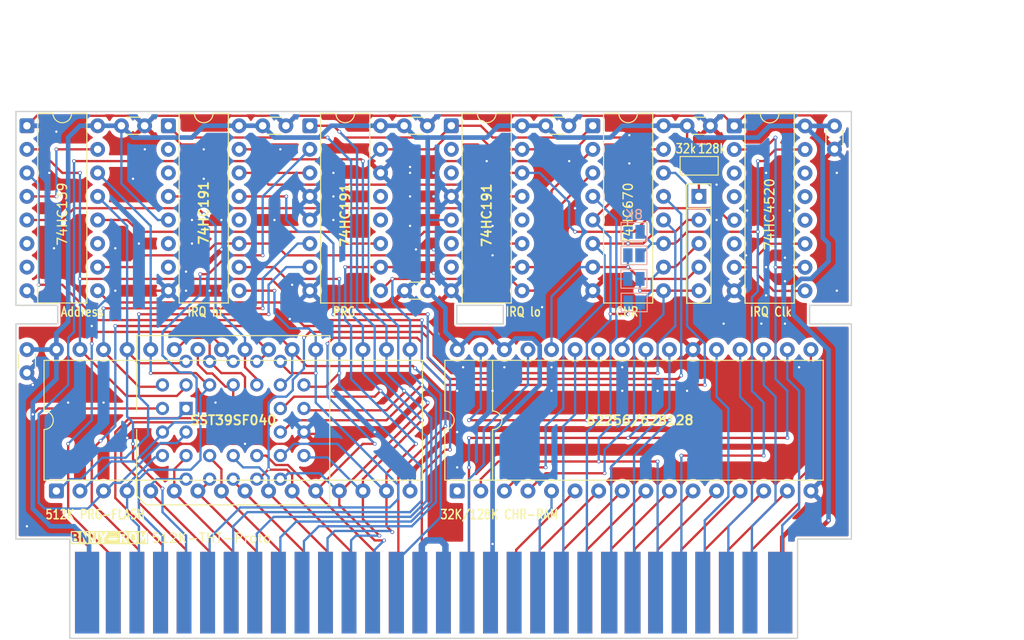
<source format=kicad_pcb>
(kicad_pcb (version 20241229) (generator "pcbnew") (generator_version "9.0")
  (title_block (comment 4 "AISLER Project ID: VZOPRJAU"))
  (layers (0 "F.Cu" signal) (2 "B.Cu" signal) (13 "F.Paste" user) (15 "B.Paste" user) (5 "F.SilkS" user "F.Silkscreen") (7 "B.SilkS" user "B.Silkscreen") (1 "F.Mask" user) (3 "B.Mask" user) (25 "Edge.Cuts" user))
  (net 0 "")
  (net 1 "/R~{W}")
  (net 2 "/~{pWR}")
  (net 3 "GND")
  (net 4 "/cA11")
  (net 5 "VCC")
  (net 6 "/~{pRD}")
  (net 7 "/pD0")
  (net 8 "/pD1")
  (net 9 "/pD2")
  (net 10 "/pD3")
  (net 11 "/cD7")
  (net 12 "/cD6")
  (net 13 "/cD5")
  (net 14 "/cD4")
  (net 15 "/cD3")
  (net 16 "/cD2")
  (net 17 "/cD1")
  (net 18 "/cD0")
  (net 19 "/~{ROMSEL}")
  (net 20 "/pA10")
  (net 21 "/pA11")
  (net 23 "/pD7")
  (net 24 "/pD6")
  (net 25 "/pD5")
  (net 26 "/pD4")
  (net 27 "/pA13")
  (net 28 "/pA12")
  (net 29 "/pA7")
  (net 30 "/pA6")
  (net 31 "/pA5")
  (net 32 "/pA4")
  (net 33 "/pA3")
  (net 34 "/pA2")
  (net 35 "/pA1")
  (net 36 "/pA0")
  (net 37 "/pA9")
  (net 38 "/pA8")
  (net 39 "/cA14")
  (net 40 "/cA10")
  (net 41 "/cA9")
  (net 42 "/cA8")
  (net 43 "/cA7")
  (net 44 "/cA6")
  (net 45 "/cA5")
  (net 46 "/cA4")
  (net 47 "/cA3")
  (net 48 "/cA2")
  (net 49 "/cA1")
  (net 50 "/cA0")
  (net 51 "/~{IRQ}")
  (net 52 "/cA12")
  (net 53 "/cA13")
  (net 54 "/cBank3")
  (net 55 "/cBank2")
  (net 56 "/cBank1")
  (net 57 "/cBank0")
  (net 58 "/~{irqWr}")
  (net 59 "/pBank0")
  (net 60 "/pBank1")
  (net 61 "/pBank2")
  (net 62 "/pBank3")
  (net 63 "/~{chrWR}")
  (net 64 "/~{prgWR}")
  (net 65 "Net-(JP1-C)")
  (net 66 "Net-(U5A-Reset)")
  (net 68 "/ScanlineClk")
  (net 73 "/M2")
  (net 74 "Net-(H1-cAUDIO)")
  (net 83 "Net-(U6-Rc)")
  (net 90 "/~{hiRd}")
  (net 93 "/~{hiWr}")
  (footprint "Package_DIP:DIP-16_W7.62mm" (layer "F.Cu") (at 142.875 73.66)
    (property "Reference" "U6" (hide yes))
    (property "Value" "74HC191")
  )
  (footprint "Package_DIP:DIP-16_W7.62mm" (layer "F.Cu") (at 158.115 73.66)
    (property "Reference" "U8" (hide yes))
    (property "Value" "74HC670")
  )
  (footprint "Capacitor_THT:C_Disc_D3.0mm_W1.6mm_P2.50mm" (layer "F.Cu") (at 168.275 73.66)
    (property "Reference" "C8" (hide yes))
    (property "Value" "C")
  )
  (footprint "Capacitor_THT:C_Disc_D3.0mm_W1.6mm_P2.50mm" (layer "F.Cu") (at 137.795 73.66)
    (property "Reference" "C4" (hide yes))
    (property "Value" "C")
  )
  (footprint "Capacitor_THT:C_Disc_D3.0mm_W1.6mm_P2.50mm" (layer "F.Cu") (at 153.035 73.66)
    (property "Reference" "C6" (hide yes))
    (property "Value" "C")
  )
  (footprint "Capacitor_THT:C_Disc_D3.0mm_W1.6mm_P2.50mm" (layer "F.Cu") (at 97.155 97.79 -90)
    (property "Reference" "C1" (hide yes))
    (property "Value" "C")
  )
  (footprint "Package_DIP:DIP-16_W7.62mm" (layer "F.Cu") (at 112.395 73.66)
    (property "Reference" "U7" (hide yes))
    (property "Value" "74HC191")
  )
  (footprint "Package_DIP:DIP-16_W7.62mm" (layer "F.Cu") (at 97.155 73.66)
    (property "Reference" "U3" (hide yes))
    (property "Value" "74HC139")
  )
  (footprint "Capacitor_THT:C_Disc_D3.0mm_W1.6mm_P2.50mm" (layer "F.Cu") (at 140.335 91.44 180)
    (property "Reference" "C2" (hide yes))
    (property "Value" "C")
  )
  (footprint "Package_DIP:DIP-16_W7.62mm" (layer "F.Cu") (at 173.355 73.68)
    (property "Reference" "U5" (hide yes))
    (property "Value" "74HC4520")
  )
  (footprint "Capacitor_THT:C_Disc_D3.0mm_W1.6mm_P2.50mm" (layer "F.Cu") (at 122.555 73.66)
    (property "Reference" "C7" (hide yes))
    (property "Value" "C")
  )
  (footprint "Package_DIP:DIP-32_W15.24mm" (layer "F.Cu") (at 143.51 113.03 90)
    (property "Reference" "U2" (hide yes))
    (property "Value" "62256/628128")
  )
  (footprint "Jumper:SolderJumper-3_P1.3mm_Open_Pad1.0x1.5mm_NumberLabels" (layer "F.Cu") (at 169.575 77.978)
    (property "Reference" "JP1" (hide yes))
    (property "Value" "SolderJumper_3_Open")
  )
  (footprint "famicom:Famicom Cartridge Edge Connector (long legs)" (layer "F.Cu") (at 101.7625 118.6)
    (property "Reference" "H1" (hide yes))
    (property "Value" "Famicom_Cartridge_Edge" (hide yes))
  )
  (footprint "Capacitor_THT:C_Disc_D3.0mm_W1.6mm_P2.50mm" (layer "F.Cu") (at 184.15 73.68 -90)
    (property "Reference" "C5" (hide yes))
    (property "Value" "C")
  )
  (footprint "Footprint:PLCC-DIP-32_THT-Socket" (layer "F.Cu") (at 114.3 104.14 90)
    (property "Reference" "U1" (hide yes))
    (property "Value" "SST39SF040")
  )
  (footprint "Package_DIP:DIP-16_W7.62mm" (layer "F.Cu") (at 127.635 73.66)
    (property "Reference" "U4" (hide yes))
    (property "Value" "74HC191")
  )
  (footprint "Capacitor_THT:C_Disc_D3.0mm_W1.6mm_P2.50mm" (layer "F.Cu") (at 107.335 73.66)
    (property "Reference" "C3" (hide yes))
    (property "Value" "C")
  )
  (footprint "Resistor_THT:R_Array_SIP5" (layer "F.Cu") (at 169.545 81.28 -90)
    (property "Reference" "RN1" (hide yes))
    (property "Value" "R_Network04")
  )
  (footprint "Jumper:SolderJumper-2_P1.3mm_Open_Pad1.0x1.5mm" (layer "B.Cu") (at 162.545 90.17 180)
    (property "Reference" "JP3" (hide yes))
    (property "Value" "SolderJumper_2_Open")
  )
  (footprint "Jumper:SolderJumper-2_P1.3mm_Open_Pad1.0x1.5mm" (layer "B.Cu") (at 162.56 85.09)
    (property "Reference" "JP5" (hide yes))
    (property "Value" "SolderJumper_2_Open")
  )
  (footprint "Jumper:SolderJumper-2_P1.3mm_Open_Pad1.0x1.5mm" (layer "B.Cu") (at 162.545 87.63)
    (property "Reference" "JP4" (hide yes))
    (property "Value" "SolderJumper_2_Open")
  )
  (footprint "Jumper:SolderJumper-2_P1.3mm_Open_Pad1.0x1.5mm" (layer "B.Cu") (at 162.575 92.71 180)
    (property "Reference" "JP2" (hide yes))
    (property "Value" "SolderJumper_2_Open")
  )
  (gr_line (start 181.4745 93.02) (end 181.4745 95.02) (stroke (width 0.15)) (layer "Edge.Cuts"))
  (gr_line (start 148.4745 95.02) (end 148.4745 93.02) (stroke (width 0.15)) (layer "Edge.Cuts"))
  (gr_line (start 181.4745 95.02) (end 185.9745 95.02) (stroke (width 0.15)) (layer "Edge.Cuts"))
  (gr_line (start 143.4745 93.02) (end 143.4745 95.02) (stroke (width 0.15)) (layer "Edge.Cuts"))
  (gr_line (start 185.9745 95.02) (end 185.9745 118.22) (stroke (width 0.15)) (layer "Edge.Cuts"))
  (gr_line (start 185.9745 118.22) (end 180.1745 118.22) (stroke (width 0.15)) (layer "Edge.Cuts"))
  (gr_line (start 95.9745 118.22) (end 101.7745 118.22) (stroke (width 0.15)) (layer "Edge.Cuts"))
  (gr_line (start 148.4745 93.02) (end 143.4745 93.02) (stroke (width 0.15)) (layer "Edge.Cuts"))
  (gr_line (start 180.1745 118.22) (end 180.1745 128.92) (stroke (width 0.15)) (layer "Edge.Cuts"))
  (gr_line (start 100.4745 95.02) (end 95.9745 95.02) (stroke (width 0.15)) (layer "Edge.Cuts"))
  (gr_line (start 95.9745 72.12) (end 95.9745 93.02) (stroke (width 0.15)) (layer "Edge.Cuts"))
  (gr_line (start 95.9745 93.02) (end 100.4745 93.02) (stroke (width 0.15)) (layer "Edge.Cuts"))
  (gr_line (start 101.7745 118.22) (end 101.7745 128.92) (stroke (width 0.15)) (layer "Edge.Cuts"))
  (gr_line (start 181.4745 72.12) (end 100.4745 72.12) (stroke (width 0.15)) (layer "Edge.Cuts"))
  (gr_line (start 180.1745 128.92) (end 101.7745 128.92) (stroke (width 0.15)) (layer "Edge.Cuts"))
  (gr_line (start 95.9745 95.02) (end 95.9745 118.22) (stroke (width 0.15)) (layer "Edge.Cuts"))
  (gr_line (start 100.4745 93.02) (end 100.4745 95.02) (stroke (width 0.15)) (layer "Edge.Cuts"))
  (gr_line (start 185.9745 72.12) (end 181.4745 72.12) (stroke (width 0.15)) (layer "Edge.Cuts"))
  (gr_line (start 185.9745 72.12) (end 185.9745 93.02) (stroke (width 0.15)) (layer "Edge.Cuts"))
  (gr_line (start 100.4745 72.12) (end 95.9745 72.12) (stroke (width 0.15)) (layer "Edge.Cuts"))
  (gr_line (start 185.9745 93.02) (end 181.4745 93.02) (stroke (width 0.15)) (layer "Edge.Cuts"))
  (gr_line (start 143.4745 95.02) (end 148.4745 95.02) (stroke (width 0.15)) (layer "Edge.Cuts"))
  (gr_text "32k" (at 168.148 76.708 0) (layer "F.SilkS") (effects (font (size 1 0.8)) (justify bottom)))
  (gr_text "BNUY-ROM" (at 106.045 118.11 0) (layer "F.SilkS" knockout) (effects (font (size 1 1) (thickness 0.2) (bold yes))))
  (gr_text "IRQ Clk" (at 177.292 93.726 0) (layer "F.SilkS") (effects (font (size 1 0.8) (thickness 0.16) (bold yes))))
  (gr_text "CHR" (at 161.798 93.726 0) (layer "F.SilkS") (effects (font (size 1 0.8) (thickness 0.16) (bold yes))))
  (gr_text "128k" (at 170.942 76.708 0) (layer "F.SilkS") (effects (font (size 1 0.8)) (justify bottom)))
  (gr_text "512K PRG-FLASH" (at 99.06 115.57 0) (layer "F.SilkS") (effects (font (size 1 0.8) (thickness 0.16) (bold yes)) (justify left)))
  (gr_text "IRQ hi" (at 116.332 93.726 0) (layer "F.SilkS") (effects (font (size 1 0.8) (thickness 0.16) (bold yes))))
  (gr_text "PRG" (at 131.318 93.726 0) (layer "F.SilkS") (effects (font (size 1 0.8) (thickness 0.16) (bold yes))))
  (gr_text "512K-THT-Proto" (at 110.49 118.11 0) (layer "F.SilkS") (effects (font (size 1 1) (thickness 0.125)) (justify left)))
  (gr_text "32K/128K CHR-RAM" (at 141.605 115.57 0) (layer "F.SilkS") (effects (font (size 1 0.8) (thickness 0.16) (bold yes)) (justify left)))
  (gr_text "IRQ lo" (at 150.622 93.726 0) (layer "F.SilkS") (effects (font (size 1 0.8) (thickness 0.16) (bold yes))))
  (gr_text "Address" (at 103.124 93.726 0) (layer "F.SilkS") (effects (font (size 1 0.8) (thickness 0.16) (bold yes))))
  (gr_text "8K" (at 162.545 83.82 0) (layer "B.SilkS") (effects (font (size 1 1)) (justify bottom mirror)))
  (segment (start 123.483479 90.17) (end 102.87 90.17) (width 0.25) (layer "F.Cu") (net 1))
  (segment (start 139.7 94.615) (end 127.928479 94.615) (width 0.25) (layer "F.Cu") (net 1))
  (segment (start 103.07 97.99) (end 102.87 97.99) (width 0.25) (layer "F.Cu") (net 1))
  (segment (start 127.928479 94.615) (end 123.483479 90.17) (width 0.25) (layer "F.Cu") (net 1))
  (segment (start 98.425 76.2) (end 97.155 76.2) (width 0.25) (layer "F.Cu") (net 1))
  (segment (start 114.3 101.8) (end 113.3128 102.7872) (width 0.25) (layer "F.Cu") (net 1))
  (segment (start 102.87 78.74) (end 100.965 78.74) (width 0.25) (layer "F.Cu") (net 1))
  (segment (start 100.965 78.74) (end 98.425 76.2) (width 0.25) (layer "F.Cu") (net 1))
  (segment (start 113.3128 102.7872) (end 107.8672 102.7872) (width 0.25) (layer "F.Cu") (net 1))
  (segment (start 137.17 111.115) (end 137.17 124) (width 0.25) (layer "F.Cu") (net 1))
  (segment (start 142.24 106.045) (end 137.17 111.115) (width 0.25) (layer "F.Cu") (net 1))
  (segment (start 107.8672 102.7872) (end 103.07 97.99) (width 0.25) (layer "F.Cu") (net 1))
  (via (at 139.7 94.615) (size 0.4) (drill 0.25) (layers "F.Cu" "B.Cu") (net 1))
  (via (at 102.87 90.17) (size 0.4) (drill 0.25) (layers "F.Cu" "B.Cu") (net 1))
  (via (at 102.87 78.74) (size 0.4) (drill 0.25) (layers "F.Cu" "B.Cu") (net 1))
  (via (at 142.24 106.045) (size 0.4) (drill 0.25) (layers "F.Cu" "B.Cu") (net 1))
  (segment (start 142.24 106.045) (end 142.24 101.6) (width 0.25) (layer "B.Cu") (net 1))
  (segment (start 102.87 90.17) (end 102.87 97.79) (width 0.25) (layer "B.Cu") (net 1))
  (segment (start 139.7 99.06) (end 139.7 94.615) (width 0.25) (layer "B.Cu") (net 1))
  (segment (start 102.87 90.17) (end 102.87 78.74) (width 0.25) (layer "B.Cu") (net 1))
  (segment (start 142.24 101.6) (end 139.7 99.06) (width 0.25) (layer "B.Cu") (net 1))
  (segment (start 146.3675 110.1725) (end 144.78 111.76) (width 0.25) (layer "B.Cu") (net 2))
  (segment (start 151.13 97.79) (end 151.13 101.6) (width 0.25) (layer "B.Cu") (net 2))
  (segment (start 146.3675 106.3625) (end 146.3675 110.1725) (width 0.25) (layer "B.Cu") (net 2))
  (segment (start 144.78 111.76) (end 144.78 124) (width 0.25) (layer "B.Cu") (net 2))
  (segment (start 151.13 101.6) (end 146.3675 106.3625) (width 0.25) (layer "B.Cu") (net 2))
  (segment (start 138.43 113.23) (end 138.43 111.125) (width 0.25) (layer "F.Cu") (net 3))
  (segment (start 182.9 73.836) (end 182.9 74.93) (width 0.25) (layer "F.Cu") (net 3))
  (segment (start 110.49 107.95) (end 109.855 107.315) (width 0.25) (layer "F.Cu") (net 3))
  (segment (start 171.929 72.546) (end 172.221 72.546) (width 0.25) (layer "F.Cu") (net 3))
  (segment (start 127 106.88) (end 134.42 106.88) (width 0.25) (layer "F.Cu") (net 3))
  (segment (start 153.416 93.98) (end 155.575 93.98) (width 0.25) (layer "F.Cu") (net 3))
  (segment (start 146.685 77.47) (end 155.575 77.47) (width 0.25) (layer "F.Cu") (net 3))
  (segment (start 111.105 74.93) (end 109.835 73.66) (width 0.25) (layer "F.Cu") (net 3))
  (segment (start 170.775 73.66) (end 170.815 73.66) (width 0.25) (layer "F.Cu") (net 3))
  (segment (start 138.43 111.125) (end 142.875 106.68) (width 0.25) (layer "F.Cu") (net 3))
  (segment (start 110.911 72.584) (end 109.835 73.66) (width 0.25) (layer "F.Cu") (net 3))
  (segment (start 99.06 116.84) (end 97.155 116.84) (width 0.25) (layer "F.Cu") (net 3))
  (segment (start 155.575 93.98) (end 158.115 91.44) (width 0.25) (layer "F.Cu") (net 3))
  (segment (start 123.979 72.584) (end 110.911 72.584) (width 0.25) (layer "F.Cu") (net 3))
  (segment (start 156.611 72.584) (end 169.699 72.584) (width 0.25) (layer "F.Cu") (net 3))
  (segment (start 173.355 73.68) (end 174.489 72.546) (width 0.25) (layer "F.Cu") (net 3))
  (segment (start 125.73 107.95) (end 120.65 107.95) (width 0.25) (layer "F.Cu") (net 3))
  (segment (start 182.9 74.93) (end 184.15 76.18) (width 0.25) (layer "F.Cu") (net 3))
  (segment (start 125.055 73.66) (end 123.979 72.584) (width 0.25) (layer "F.Cu") (net 3))
  (segment (start 142.24 124) (end 142.24 111.76) (width 0.25) (layer "F.Cu") (net 3))
  (segment (start 103.85 124) (end 103.85 119.09) (width 0.25) (layer "F.Cu") (net 3))
  (segment (start 114.3 76.2) (end 113.03 74.93) (width 0.25) (layer "F.Cu") (net 3))
  (segment (start 103.85 119.09) (end 102.235 117.475) (width 0.25) (layer "F.Cu") (net 3))
  (segment (start 174.489 72.546) (end 181.61 72.546) (width 0.25) (layer "F.Cu") (net 3))
  (segment (start 116.205 76.2) (end 114.3 76.2) (width 0.25) (layer "F.Cu") (net 3))
  (segment (start 140.295 73.66) (end 139.219 72.584) (width 0.25) (layer "F.Cu") (net 3))
  (segment (start 152.654 93.218) (end 153.416 93.98) (width 0.25) (layer "F.Cu") (net 3))
  (segment (start 172.221 72.546) (end 173.355 73.68) (width 0.25) (layer "F.Cu") (net 3))
  (segment (start 98.231 72.584) (end 97.155 73.66) (width 0.25) (layer "F.Cu") (net 3))
  (segment (start 170.815 73.66) (end 171.929 72.546) (width 0.25) (layer "F.Cu") (net 3))
  (segment (start 126.131 72.584) (end 125.055 73.66) (width 0.25) (layer "F.Cu") (net 3))
  (segment (start 138.43 78.105) (end 139.065 77.47) (width 0.25) (layer "F.Cu") (net 3))
  (segment (start 155.535 73.66) (end 156.611 72.584) (width 0.25) (layer "F.Cu") (net 3))
  (segment (start 127 106.68) (end 125.73 107.95) (width 0.25) (layer "F.Cu") (net 3))
  (segment (start 154.421 72.546) (end 155.535 73.66) (width 0.25) (layer "F.Cu") (net 3))
  (segment (start 108.759 72.584) (end 98.231 72.584) (width 0.25) (layer "F.Cu") (net 3))
  (segment (start 139.219 72.584) (end 126.131 72.584) (width 0.25) (layer "F.Cu") (net 3))
  (segment (start 139.065 77.47) (end 146.685 77.47) (width 0.25) (layer "F.Cu") (net 3))
  (segment (start 140.295 73.66) (end 141.409 72.546) (width 0.25) (layer "F.Cu") (net 3))
  (segment (start 169.699 72.584) (end 170.775 73.66) (width 0.25) (layer "F.Cu") (net 3))
  (segment (start 120.65 107.95) (end 110.49 107.95) (width 0.25) (layer "F.Cu") (net 3))
  (segment (start 102.235 117.475) (end 99.695 117.475) (width 0.25) (layer "F.Cu") (net 3))
  (segment (start 142.875 106.68) (end 143.51 106.68) (width 0.25) (layer "F.Cu") (net 3))
  (segment (start 112.395 91.44) (end 106.68 91.44) (width 0.25) (layer "F.Cu") (net 3))
  (segment (start 113.03 74.93) (end 111.105 74.93) (width 0.25) (layer "F.Cu") (net 3))
  (segment (start 109.855 107.315) (end 107.95 107.315) (width 0.25) (layer "F.Cu") (net 3))
  (segment (start 181.61 72.546) (end 182.9 73.836) (width 0.25) (layer "F.Cu") (net 3))
  (segment (start 134.42 106.88) (end 134.62 106.68) (width 0.25) (layer "F.Cu") (net 3))
  (segment (start 109.835 73.66) (end 108.759 72.584) (width 0.25) (layer "F.Cu") (net 3))
  (segment (start 99.695 117.475) (end 99.06 116.84) (width 0.25) (layer "F.Cu") (net 3))
  (segment (start 142.24 111.76) (end 143.51 110.49) (width 0.25) (layer "F.Cu") (net 3))
  (segment (start 141.409 72.546) (end 154.421 72.546) (width 0.25) (layer "F.Cu") (net 3))
  (via (at 105.41 103.505) (size 0.4) (drill 0.25) (layers "F.Cu" "B.Cu") (net 3))
  (via (at 106.68 86.868) (size 0.4) (drill 0.25) (layers "F.Cu" "B.Cu") (net 3))
  (via (at 101.6 103.505) (size 0.4) (drill 0.25) (layers "F.Cu" "B.Cu") (net 3))
  (via (at 176.784 88.9) (size 0.4) (drill 0.25) (layers "F.Cu" "B.Cu") (net 3))
  (via (at 125.476 94.488) (size 0.4) (drill 0.25) (layers "F.Cu" "B.Cu") (net 3))
  (via (at 104.14 95.25) (size 0.4) (drill 0.25) (layers "F.Cu" "B.Cu") (net 3))
  (via (at 123.825 83.82) (size 0.4) (drill 0.25) (layers "F.Cu" "B.Cu") (net 3))
  (via (at 138.43 84.455) (size 0.4) (drill 0.25) (layers "F.Cu" "B.Cu") (net 3))
  (via (at 146.685 81.28) (size 0.4) (drill 0.25) (layers "F.Cu" "B.Cu") (net 3))
  (via (at 143.51 106.68) (size 0.4) (drill 0.25) (layers "F.Cu" "B.Cu") (net 3))
  (via (at 172.212 94.996) (size 0.4) (drill 0.25) (layers "F.Cu" "B.Cu") (net 3))
  (via (at 114.935 86.36) (size 0.4) (drill 0.25) (layers "F.Cu" "B.Cu") (net 3))
  (via (at 138.43 78.74) (size 0.4) (drill 0.25) (layers "F.Cu" "B.Cu") (net 3))
  (via (at 146.685 77.47) (size 0.4) (drill 0.25) (layers "F.Cu" "B.Cu") (net 3))
  (via (at 155.575 77.47) (size 0.4) (drill 0.25) (layers "F.Cu" "B.Cu") (net 3))
  (via (at 147.32 102.235) (size 0.4) (drill 0.25) (layers "F.Cu" "B.Cu") (net 3))
  (via (at 124.46 76.2) (size 0.4) (drill 0.25) (layers "F.Cu" "B.Cu") (net 3))
  (via (at 168.275 102.235) (size 0.4) (drill 0.25) (layers "F.Cu" "B.Cu") (net 3))
  (via (at 107.95 107.315) (size 0.4) (drill 0.25) (layers "F.Cu" "B.Cu") (net 3))
  (via (at 162.052 74.676) (size 0.4) (drill 0.25) (layers "F.Cu" "B.Cu") (net 3))
  (via (at 118.11 83.82) (size 0.4) (drill 0.25) (layers "F.Cu" "B.Cu") (net 3))
  (via (at 140.97 81.28) (size 0.4) (drill 0.25) (layers "F.Cu" "B.Cu") (net 3))
  (via (at 97.155 116.84) (size 0.4) (drill 0.25) (layers "F.Cu" "B.Cu") (net 3))
  (via (at 97.79 101.6) (size 0.4) (drill 0.25) (layers "F.Cu" "B.Cu") (net 3))
  (via (at 156.21 82.55) (size 0.4) (drill 0.25) (layers "F.Cu" "B.Cu") (net 3))
  (via (at 138.43 78.105) (size 0.4) (drill 0.25) (layers "F.Cu" "B.Cu") (net 3))
  (via (at 130.175 81.28) (size 0.4) (drill 0.25) (layers "F.Cu" "B.Cu") (net 3))
  (via (at 176.784 91.948) (size 0.4) (drill 0.25) (layers "F.Cu" "B.Cu") (net 3))
  (via (at 143.51 110.49) (size 0.4) (drill 0.25) (layers "F.Cu" "B.Cu") (net 3))
  (via (at 106.68 91.44) (size 0.4) (drill 0.25) (layers "F.Cu" "B.Cu") (net 3))
  (via (at 178.816 90.424) (size 0.4) (drill 0.25) (layers "F.Cu" "B.Cu") (net 3))
  (via (at 152.654 93.218) (size 0.4) (drill 0.25) (layers "F.Cu" "B.Cu") (net 3))
  (via (at 171.45 83.82) (size 0.4) (drill 0.25) (layers "F.Cu" "B.Cu") (net 3))
  (via (at 139.065 86.995) (size 0.4) (drill 0.25) (layers "F.Cu" "B.Cu") (net 3))
  (via (at 125.73 90.805) (size 0.4) (drill 0.25) (layers "F.Cu" "B.Cu") (net 3))
  (via (at 147.32 84.455) (size 0.4) (drill 0.25) (layers "F.Cu" "B.Cu") (net 3))
  (via (at 178.816 94.996) (size 0.4) (drill 0.25) (layers "F.Cu" "B.Cu") (net 3))
  (via (at 120.65 107.95) (size 0.4) (drill 0.25) (layers "F.Cu" "B.Cu") (net 3))
  (via (at 99.568 78.74) (size 0.4) (drill 0.25) (layers "F.Cu" "B.Cu") (net 3))
  (via (at 174.625 87.63) (size 0.4) (drill 0.25) (layers "F.Cu" "B.Cu") (net 3))
  (via (at 162.052 77.724) (size 0.4) (drill 0.25) (layers "F.Cu" "B.Cu") (net 3))
  (via (at 184.404 78.74) (size 0.4) (drill 0.25) (layers "F.Cu" "B.Cu") (net 3))
  (via (at 143.51 102.235) (size 0.4) (drill 0.25) (layers "F.Cu" "B.Cu") (net 3))
  (via (at 176.784 78.74) (size 0.4) (drill 0.25) (layers "F.Cu" "B.Cu") (net 3))
  (via (at 116.205 76.2) (size 0.4) (drill 0.25) (layers "F.Cu" "B.Cu") (net 3))
  (via (at 153.67 102.235) (size 0.4) (drill 0.25) (layers "F.Cu" "B.Cu") (net 3))
  (via (at 179.324 82.804) (size 0.4) (drill 0.25) (layers "F.Cu" "B.Cu") (net 3))
  (via (at 114.935 83.82) (size 0.4) (drill 0.25) (layers "F.Cu" "B.Cu") (net 3))
  (via (at 118.11 86.995) (size 0.4) (drill 0.25) (layers "F.Cu" "B.Cu") (net 3))
  (via (at 140.97 89.535) (size 0.4) (drill 0.25) (layers "F.Cu" "B.Cu") (net 3))
  (via (at 147.32 87.63) (size 0.4) (drill 0.25) (layers "F.Cu" "B.Cu") (net 3))
  (via (at 108.585 79.375) (size 0.4) (drill 0.25) (layers "F.Cu" "B.Cu") (net 3))
  (via (at 140.97 86.995) (size 0.4) (drill 0.25) (layers "F.Cu" "B.Cu") (net 3))
  (via (at 165.1 102.235) (size 0.4) (drill 0.25) (layers "F.Cu" "B.Cu") (net 3))
  (via (at 114.3 89.386868) (size 0.4) (drill 0.25) (layers "F.Cu" "B.Cu") (net 3))
  (via (at 176.276 94.996) (size 0.4) (drill 0.25) (layers "F.Cu" "B.Cu") (net 3))
  (via (at 130.175 102.235) (size 0.4) (drill 0.25) (layers "F.Cu" "B.Cu") (net 3))
  (via (at 161.29 99.695) (size 0.4) (drill 0.25) (layers "F.Cu" "B.Cu") (net 3))
  (via (at 118.11 91.44) (size 0.4) (drill 0.25) (layers "F.Cu" "B.Cu") (net 3))
  (via (at 100.076 86.868) (size 0.4) (drill 0.25) (layers "F.Cu" "B.Cu") (net 3))
  (via (at 134.62 106.68) (size 0.4) (drill 0.25) (layers "F.Cu" "B.Cu") (net 3))
  (via (at 162.052 82.296) (size 0.4) (drill 0.25) (layers "F.Cu" "B.Cu") (net 3))
  (via (at 116.84 91.44) (size 0.4) (drill 0.25) (layers "F.Cu" "B.Cu") (net 3))
  (via (at 140.97 78.74) (size 0.4) (drill 0.25) (layers "F.Cu" "B.Cu") (net 3))
  (via (at 161.29 102.235) (size 0.4) (drill 0.25) (layers "F.Cu" "B.Cu") (net 3))
  (via (at 178.816 87.884) (size 0.4) (drill 0.25) (layers "F.Cu" "B.Cu") (net 3))
  (via (at 117.475 103.505) (size 0.4) (drill 0.25) (layers "F.Cu" "B.Cu") (net 3))
  (via (at 100.33 74.295) (size 0.4) (drill 0.25) (layers "F.Cu" "B.Cu") (net 3))
  (via (at 174.752 82.804) (size 0.4) (drill 0.25) (layers "F.Cu" "B.Cu") (net 3))
  (via (at 116.205 79.375) (size 0.4) (drill 0.25) (layers "F.Cu" "B.Cu") (net 3))
  (via (at 109.22 86.36) (size 0.4) (drill 0.25) (layers "F.Cu" "B.Cu") (net 3))
  (via (at 144.145 99.695) (size 0.4) (drill 0.25) (layers "F.Cu" "B.Cu") (net 3))
  (via (at 130.175 78.74) (size 0.4) (drill 0.25) (layers "F.Cu" "B.Cu") (net 3))
  (via (at 148.59 99.695) (size 0.4) (drill 0.25) (layers "F.Cu" "B.Cu") (net 3))
  (via (at 153.67 99.695) (size 0.4) (drill 0.25) (layers "F.Cu" "B.Cu") (net 3))
  (via (at 109.855 76.2) (size 0.4) (drill 0.25) (layers "F.Cu" "B.Cu") (net 3))
  (via (at 171.45 80.01) (size 0.4) (drill 0.25) (layers "F.Cu" "B.Cu") (net 3))
  (via (at 138.43 81.28) (size 0.4) (drill 0.25) (layers "F.Cu" "B.Cu") (net 3))
  (via (at 130.175 83.82) (size 0.4) (drill 0.25) (layers "F.Cu" "B.Cu") (net 3))
  (via (at 184.404 91.44) (size 0.4) (drill 0.25) (layers "F.Cu" "B.Cu") (net 3))
  (via (at 180.34 99.695) (size 0.4) (drill 0.25) (layers "F.Cu" "B.Cu") (net 3))
  (via (at 114.3 91.44) (size 0.4) (drill 0.25) (layers "F.Cu" "B.Cu") (net 3))
  (segment (start 106.606479 91.44) (end 104.14 93.906479) (width 0.25) (layer "B.Cu") (net 3))
  (segment (start 152.654 93.218) (end 150.368 93.218) (width 0.25) (layer "B.Cu") (net 3))
  (segment (start 143.51 110.49) (end 143.51 106.68) (width 0.25) (layer "B.Cu") (net 3))
  (segment (start 138.43 110.49) (end 138.43 113.23) (width 0.25) (layer "B.Cu") (net 3))
  (segment (start 106.68 91.44) (end 106.606479 91.44) (width 0.25) (layer "B.Cu") (net 3))
  (segment (start 134.62 106.68) (end 138.43 110.49) (width 0.25) (layer "B.Cu") (net 3))
  (segment (start 150.368 93.218) (end 147.32 90.17) (width 0.25) (layer "B.Cu") (net 3))
  (segment (start 104.14 93.906479) (end 104.14 95.25) (width 0.25) (layer "B.Cu") (net 3))
  (segment (start 106.68 120.4) (end 106.68 124) (width 0.25) (layer "F.Cu") (net 4))
  (segment (start 104.14 97.155) (end 104.14 96.52) (width 0.25) (layer "F.Cu") (net 4))
  (segment (start 104.775 95.885) (end 116.604849 95.885) (width 0.25) (layer "F.Cu") (net 4))
  (segment (start 101.6 107.95) (end 101.6 115.32) (width 0.25) (layer "F.Cu") (net 4))
  (segment (start 116.604849 95.885) (end 118.11 97.390151) (width 0.25) (layer "F.Cu") (net 4))
  (segment (start 104.14 96.52) (end 104.775 95.885) (width 0.25) (layer "F.Cu") (net 4))
  (segment (start 101.6 115.32) (end 106.68 120.4) (width 0.25) (layer "F.Cu") (net 4))
  (segment (start 118.11 97.390151) (end 118.11 97.99) (width 0.25) (layer "F.Cu") (net 4))
  (via (at 101.6 107.95) (size 0.4) (drill 0.25) (layers "F.Cu" "B.Cu") (net 4))
  (via (at 104.14 97.155) (size 0.4) (drill 0.25) (layers "F.Cu" "B.Cu") (net 4))
  (segment (start 104.14 97.155) (end 104.14 105.41) (width 0.25) (layer "B.Cu") (net 4))
  (segment (start 104.14 105.41) (end 101.6 107.95) (width 0.25) (layer "B.Cu") (net 4))
  (segment (start 118.11 97.99) (end 119.38 99.26) (width 0.25) (layer "B.Cu") (net 4))
  (segment (start 168.275 75.819) (end 168.656 76.2) (width 0.25) (layer "F.Cu") (net 5))
  (segment (start 179.705 116.84) (end 182.88 116.84) (width 0.5) (layer "F.Cu") (net 5))
  (segment (start 170.18 76.2) (end 168.656 76.2) (width 0.25) (layer "F.Cu") (net 5))
  (segment (start 168.275 73.66) (end 168.275 75.819) (width 0.25) (layer "F.Cu") (net 5))
  (segment (start 170.875 77.978) (end 170.875 76.895) (width 0.25) (layer "F.Cu") (net 5))
  (segment (start 111.76 104.34) (end 111.56 104.14) (width 0.25) (layer "F.Cu") (net 5))
  (segment (start 170.875 76.895) (end 170.18 76.2) (width 0.25) (layer "F.Cu") (net 5))
  (segment (start 182.88 116.84) (end 183.515 116.205) (width 0.5) (layer "F.Cu") (net 5))
  (segment (start 111.56 104.14) (end 98.425 104.14) (width 0.25) (layer "F.Cu") (net 5))
  (segment (start 178.5255 118.0195) (end 179.705 116.84) (width 0.5) (layer "F.Cu") (net 5))
  (segment (start 98.425 104.14) (end 97.79 104.775) (width 0.25) (layer "F.Cu") (net 5))
  (segment (start 147.32 124) (end 147.32 118.745) (width 0.25) (layer "F.Cu") (net 5))
  (segment (start 178.5255 124) (end 178.5255 118.0195) (width 0.5) (layer "F.Cu") (net 5))
  (via (at 97.79 104.775) (size 0.4) (drill 0.25) (layers "F.Cu" "B.Cu") (net 5))
  (via (at 147.32 118.745) (size 0.4) (drill 0.25) (layers "F.Cu" "B.Cu") (net 5))
  (via (at 183.515 116.205) (size 0.4) (drill 0.25) (layers "F.Cu" "B.Cu") (net 5))
  (segment (start 160.02 74.93) (end 154.305 74.93) (width 0.5) (layer "B.Cu") (net 5))
  (segment (start 147.955 73.66) (end 146.685 74.93) (width 0.5) (layer "B.Cu") (net 5))
  (segment (start 152.4 97.361529) (end 151.627471 96.589) (width 0.5) (layer "B.Cu") (net 5))
  (segment (start 182.88 85.725) (end 182.88 75.565) (width 0.5) (layer "B.Cu") (net 5))
  (segment (start 135.255 73.66) (end 129.924702 73.66) (width 0.5) (layer "B.Cu") (net 5))
  (segment (start 165.735 73.66) (end 161.29 73.66) (width 0.5) (layer "B.Cu") (net 5))
  (segment (start 146.685 74.93) (end 140.335 74.93) (width 0.5) (layer "B.Cu") (net 5))
  (segment (start 177.145 73.68) (end 175.895 74.93) (width 0.5) (layer "B.Cu") (net 5))
  (segment (start 180.975 73.68) (end 184.15 73.68) (width 0.5) (layer "B.Cu") (net 5))
  (segment (start 169.545 74.93) (end 168.275 73.66) (width 0.5) (layer "B.Cu") (net 5))
  (segment (start 142.875 83.82) (end 140.335 83.82) (width 0.25) (layer "B.Cu") (net 5))
  (segment (start 107.335 73.66) (end 104.775 73.66) (width 0.5) (layer "B.Cu") (net 5))
  (segment (start 168.275 73.66) (end 165.735 73.66) (width 0.5) (layer "B.Cu") (net 5))
  (segment (start 140.335 91.44) (end 140.335 83.82) (width 0.5) (layer "B.Cu") (net 5))
  (segment (start 140.335 83.82) (end 140.335 74.93) (width 0.5) (layer "B.Cu") (net 5))
  (segment (start 151.627471 96.589) (end 149.791 96.589) (width 0.5) (layer "B.Cu") (net 5))
  (segment (start 120.015 73.66) (end 116.205 73.66) (width 0.5) (layer "B.Cu") (net 5))
  (segment (start 153.035 73.66) (end 150.495 73.66) (width 0.5) (layer "B.Cu") (net 5))
  (segment (start 104.775 73.66) (end 102.87 73.66) (width 0.5) (layer "B.Cu") (net 5))
  (segment (start 102.235 116.84) (end 103.85 118.455) (width 0.5) (layer "B.Cu") (net 5))
  (segment (start 183.515 116.205) (end 183.515 97.839732) (width 0.5) (layer "B.Cu") (net 5))
  (segment (start 112.395 83.82) (end 111.26363 83.82) (width 0.25) (layer "B.Cu") (net 5))
  (segment (start 123.825 74.93) (end 122.555 73.66) (width 0.5) (layer "B.Cu") (net 5))
  (segment (start 101.6 74.93) (end 101.6 94.779999) (width 0.5) (layer "B.Cu") (net 5))
  (segment (start 148.59 97.79) (end 146.812 96.012) (width 0.5) (layer "B.Cu") (net 5))
  (segment (start 179.705 91.031529) (end 180.566529 90.17) (width 0.5) (layer "B.Cu") (net 5))
  (segment (start 182.88 75.565) (end 182.86 75.565) (width 0.5) (layer "B.Cu") (net 5))
  (segment (start 142.24 95.885) (end 142.24 93.345) (width 0.5) (layer "B.Cu") (net 5))
  (segment (start 152.4 101.6) (end 152.4 97.361529) (width 0.5) (layer "B.Cu") (net 5))
  (segment (start 101.6 94.779999) (end 100.33 96.049999) (width 0.5) (layer "B.Cu") (net 5))
  (segment (start 183.515 86.36) (end 182.88 85.725) (width 0.5) (layer "B.Cu") (net 5))
  (segment (start 180.975 73.68) (end 177.145 73.68) (width 0.5) (layer "B.Cu") (net 5))
  (segment (start 100.33 96.049999) (end 100.33 97.79) (width 0.5) (layer "B.Cu") (net 5))
  (segment (start 100.33 99.06) (end 100.33 100.965) (width 0.5) (layer "B.Cu") (net 5))
  (segment (start 108.605 74.93) (end 107.335 73.66) (width 0.5) (layer "B.Cu") (net 5))
  (segment (start 100.33 100.965) (end 97.79 103.505) (width 0.5) (layer "B.Cu") (net 5))
  (segment (start 114.935 74.93) (end 108.605 74.93) (width 0.5) (layer "B.Cu") (net 5))
  (segment (start 147.32 124) (end 147.32 106.68) (width 0.5) (layer "B.Cu") (net 5))
  (segment (start 149.791 96.589) (end 148.59 97.79) (width 0.5) (layer "B.Cu") (net 5))
  (segment (start 139.065 74.93) (end 137.795 73.66) (width 0.5) (layer "B.Cu") (net 5))
  (segment (start 103.85 118.455) (end 103.85 124) (width 0.5) (layer "B.Cu") (net 5))
  (segment (start 122.555 73.66) (end 120.015 73.66) (width 0.5) (layer "B.Cu") (net 5))
  (segment (start 181.61 90.17) (end 183.515 88.265) (width 0.5) (layer "B.Cu") (net 5))
  (segment (start 183.515 88.265) (end 183.515 86.36) (width 0.5) (layer "B.Cu") (net 5))
  (segment (start 154.305 74.93) (end 153.035 73.66) (width 0.5) (layer "B.Cu") (net 5))
  (segment (start 97.79 114.935) (end 99.695 116.84) (width 0.5) (layer "B.Cu") (net 5))
  (segment (start 100.33 97.79) (end 97.155 97.79) (width 0.5) (layer "B.Cu") (net 5))
  (segment (start 102.87 73.66) (end 101.6 74.93) (width 0.5) (layer "B.Cu") (net 5))
  (segment (start 129.924702 73.66) (end 128.654702 74.93) (width 0.5) (layer "B.Cu") (net 5))
  (segment (start 182.86 75.565) (end 180.975 73.68) (width 0.5) (layer "B.Cu") (net 5))
  (segment (start 116.205 73.66) (end 114.935 74.93) (width 0.5) (layer "B.Cu") (net 5))
  (segment (start 143.51 97.155) (end 142.24 95.885) (width 0.5) (layer "B.Cu") (net 5))
  (segment (start 175.895 74.93) (end 169.545 74.93) (width 0.5) (layer "B.Cu") (net 5))
  (segment (start 107.335 79.89137) (end 107.335 73.66) (width 0.25) (layer "B.Cu") (net 5))
  (segment (start 146.812 96.012) (end 145.288 96.012) (width 0.5) (layer "B.Cu") (net 5))
  (segment (start 140.335 74.93) (end 139.065 74.93) (width 0.5) (layer "B.Cu") (net 5))
  (segment (start 145.288 96.012) (end 143.51 97.79) (width 0.5) (layer "B.Cu") (net 5))
  (segment (start 111.26363 83.82) (end 107.335 79.89137) (width 0.25) (layer "B.Cu") (net 5))
  (segment (start 137.795 73.66) (end 135.255 73.66) (width 0.5) (layer "B.Cu") (net 5))
  (segment (start 100.33 97.99) (end 100.33 99.06) (width 0.5) (layer "B.Cu") (net 5))
  (segment (start 147.32 106.68) (end 152.4 101.6) (width 0.5) (layer "B.Cu") (net 5))
  (segment (start 97.79 103.505) (end 97.79 114.935) (width 0.5) (layer "B.Cu") (net 5))
  (segment (start 180.566529 90.17) (end 181.61 90.17) (width 0.5) (layer "B.Cu") (net 5))
  (segment (start 100.33 99.06) (end 100.33 97.79) (width 0.5) (layer "B.Cu") (net 5))
  (segment (start 142.24 93.345) (end 140.335 91.44) (width 0.5) (layer "B.Cu") (net 5))
  (segment (start 150.495 73.66) (end 147.955 73.66) (width 0.5) (layer "B.Cu") (net 5))
  (segment (start 183.515 97.839732) (end 179.705 94.029732) (width 0.5) (layer "B.Cu") (net 5))
  (segment (start 128.654702 74.93) (end 123.825 74.93) (width 0.5) (layer "B.Cu") (net 5))
  (segment (start 99.695 116.84) (end 102.235 116.84) (width 0.5) (layer "B.Cu") (net 5))
  (segment (start 161.29 73.66) (end 160.02 74.93) (width 0.5) (layer "B.Cu") (net 5))
  (segment (start 179.705 94.029732) (end 179.705 91.031529) (width 0.5) (layer "B.Cu") (net 5))
  (segment (start 143.51 97.79) (end 143.51 97.155) (width 0.5) (layer "B.Cu") (net 5))
  (segment (start 177.8 74.93) (end 176.51 76.22) (width 0.25) (layer "F.Cu") (net 6))
  (segment (start 144.78 110.49) (end 144.78 124) (width 0.25) (layer "F.Cu") (net 6))
  (segment (start 177.82 88.92) (end 180.975 88.92) (width 0.25) (layer "F.Cu") (net 6))
  (segment (start 176.51 76.22) (end 173.355 76.22) (width 0.25) (layer "F.Cu") (net 6))
  (segment (start 161.925 107.315) (end 179.07 107.315) (width 0.25) (layer "F.Cu") (net 6))
  (segment (start 161.925 107.315) (end 144.78 107.315) (width 0.25) (layer "F.Cu") (net 6))
  (segment (start 177.8 88.9) (end 177.82 88.92) (width 0.25) (layer "F.Cu") (net 6))
  (via (at 161.925 107.315) (size 0.4) (drill 0.25) (layers "F.Cu" "B.Cu") (net 6))
  (via (at 177.8 88.9) (size 0.4) (drill 0.25) (layers "F.Cu" "B.Cu") (net 6))
  (via (at 177.8 74.93) (size 0.4) (drill 0.25) (layers "F.Cu" "B.Cu") (net 6))
  (via (at 179.07 107.315) (size 0.4) (drill 0.25) (layers "F.Cu" "B.Cu") (net 6))
  (via (at 144.78 110.49) (size 0.4) (drill 0.25) (layers "F.Cu" "B.Cu") (net 6))
  (via (at 144.78 107.315) (size 0.4) (drill 0.25) (layers "F.Cu" "B.Cu") (net 6))
  (segment (start 163.83 105.41) (end 163.83 97.79) (width 0.25) (layer "B.Cu") (net 6))
  (segment (start 144.78 110.49) (end 144.78 107.315) (width 0.25) (layer "B.Cu") (net 6))
  (segment (start 179.07 102.235) (end 177.8 100.965) (width 0.25) (layer "B.Cu") (net 6))
  (segment (start 177.8 100.965) (end 177.8 88.9) (width 0.25) (layer "B.Cu") (net 6))
  (segment (start 177.8 88.9) (end 177.8 74.93) (width 0.25) (layer "B.Cu") (net 6))
  (segment (start 161.925 107.315) (end 163.83 105.41) (width 0.25) (layer "B.Cu") (net 6))
  (segment (start 179.07 107.315) (end 179.07 102.235) (width 0.25) (layer "B.Cu") (net 6))
  (segment (start 167.66 119.36) (end 167.66 124) (width 0.25) (layer "F.Cu") (net 7))
  (segment (start 173.99 113.03) (end 167.66 119.36) (width 0.25) (layer "F.Cu") (net 7))
  (segment (start 170.18 119.38) (end 170.18 124) (width 0.25) (layer "F.Cu") (net 8))
  (segment (start 176.53 113.03) (end 170.18 119.38) (width 0.25) (layer "F.Cu") (net 8))
  (segment (start 172.72 119.38) (end 179.07 113.03) (width 0.25) (layer "F.Cu") (net 9))
  (segment (start 172.72 124) (end 172.72 119.38) (width 0.25) (layer "F.Cu") (net 9))
  (segment (start 180.34 114.3) (end 180.34 111.76) (width 0.25) (layer "F.Cu") (net 10))
  (segment (start 175.26 119.38) (end 180.34 114.3) (width 0.25) (layer "F.Cu") (net 10))
  (segment (start 181.61 110.49) (end 181.61 97.79) (width 0.25) (layer "F.Cu") (net 10))
  (segment (start 180.34 111.76) (end 181.61 110.49) (width 0.25) (layer "F.Cu") (net 10))
  (segment (start 175.26 124) (end 175.26 119.38) (width 0.25) (layer "F.Cu") (net 10))
  (segment (start 128.27 100.33) (end 125.53 100.33) (width 0.25) (layer "F.Cu") (net 11))
  (segment (start 123.825 91.44) (end 120.015 91.44) (width 0.25) (layer "F.Cu") (net 11))
  (segment (start 125.53 100.33) (end 124.46 99.26) (width 0.25) (layer "F.Cu") (net 11))
  (via (at 128.27 100.33) (size 0.4) (drill 0.25) (layers "F.Cu" "B.Cu") (net 11))
  (via (at 123.825 91.44) (size 0.4) (drill 0.25) (layers "F.Cu" "B.Cu") (net 11))
  (segment (start 116.84 124) (end 116.84 118.11) (width 0.25) (layer "B.Cu") (net 11))
  (segment (start 137.16 112.395) (end 128.27 103.505) (width 0.25) (layer "B.Cu") (net 11))
  (segment (start 125.476 95.504) (end 123.825 93.853) (width 0.25) (layer "B.Cu") (net 11))
  (segment (start 136.242847 114.808) (end 137.16 113.890847) (width 0.25) (layer "B.Cu") (net 11))
  (segment (start 128.905 97.355) (end 128.27 97.99) (width 0.25) (layer "B.Cu") (net 11))
  (segment (start 127.508 95.504) (end 125.476 95.504) (width 0.25) (layer "B.Cu") (net 11))
  (segment (start 116.84 118.11) (end 120.142 114.808) (width 0.25) (layer "B.Cu") (net 11))
  (segment (start 128.27 96.266) (end 127.508 95.504) (width 0.25) (layer "B.Cu") (net 11))
  (segment (start 123.825 93.853) (end 123.825 91.44) (width 0.25) (layer "B.Cu") (net 11))
  (segment (start 120.142 114.808) (end 136.242847 114.808) (width 0.25) (layer "B.Cu") (net 11))
  (segment (start 128.27 103.505) (end 128.27 97.99) (width 0.25) (layer "B.Cu") (net 11))
  (segment (start 137.16 113.890847) (end 137.16 112.395) (width 0.25) (layer "B.Cu") (net 11))
  (segment (start 128.27 97.79) (end 128.27 96.266) (width 0.25) (layer "B.Cu") (net 11))
  (segment (start 130.81 100.33) (end 129.34 101.8) (width 0.25) (layer "F.Cu") (net 12))
  (segment (start 130.81 90.17) (end 125.095 90.17) (width 0.25) (layer "F.Cu") (net 12))
  (segment (start 125.095 90.17) (end 123.825 88.9) (width 0.25) (layer "F.Cu") (net 12))
  (segment (start 123.825 88.9) (end 120.015 88.9) (width 0.25) (layer "F.Cu") (net 12))
  (segment (start 129.34 101.8) (end 127 101.8) (width 0.25) (layer "F.Cu") (net 12))
  (via (at 130.81 90.17) (size 0.4) (drill 0.25) (layers "F.Cu" "B.Cu") (net 12))
  (via (at 130.81 100.33) (size 0.4) (drill 0.25) (layers "F.Cu" "B.Cu") (net 12))
  (segment (start 138.432794 115.316) (end 139.7 114.048794) (width 0.25) (layer "B.Cu") (net 12))
  (segment (start 139.7 114.048794) (end 139.7 110.49) (width 0.25) (layer "B.Cu") (net 12))
  (segment (start 120.904 115.316) (end 138.432794 115.316) (width 0.25) (layer "B.Cu") (net 12))
  (segment (start 119.38 124) (end 119.38 116.84) (width 0.25) (layer "B.Cu") (net 12))
  (segment (start 130.81 90.17) (end 130.81 97.79) (width 0.25) (layer "B.Cu") (net 12))
  (segment (start 119.38 116.84) (end 120.904 115.316) (width 0.25) (layer "B.Cu") (net 12))
  (segment (start 130.81 101.6) (end 130.81 97.99) (width 0.25) (layer "B.Cu") (net 12))
  (segment (start 119.25 123.9245) (end 119.1745 124) (width 0.25) (layer "B.Cu") (net 12))
  (segment (start 139.7 110.49) (end 130.81 101.6) (width 0.25) (layer "B.Cu") (net 12))
  (segment (start 125.93 102.87) (end 124.46 104.34) (width 0.25) (layer "F.Cu") (net 13))
  (segment (start 129.54 74.93) (end 113.665 74.93) (width 0.25) (layer "F.Cu") (net 13))
  (segment (start 113.665 74.93) (end 112.395 73.66) (width 0.25) (layer "F.Cu") (net 13))
  (segment (start 134.62 102.87) (end 125.93 102.87) (width 0.25) (layer "F.Cu") (net 13))
  (segment (start 135.255 102.235) (end 134.62 102.87) (width 0.25) (layer "F.Cu") (net 13))
  (via (at 129.54 74.93) (size 0.4) (drill 0.25) (layers "F.Cu" "B.Cu") (net 13))
  (via (at 135.255 102.235) (size 0.4) (drill 0.25) (layers "F.Cu" "B.Cu") (net 13))
  (segment (start 123.738 115.824) (end 138.491894 115.824) (width 0.25) (layer "B.Cu") (net 13))
  (segment (start 140.208 107.188) (end 133.35 100.33) (width 0.25) (layer "B.Cu") (net 13))
  (segment (start 121.92 124) (end 121.92 117.642) (width 0.25) (layer "B.Cu") (net 13))
  (segment (start 132.08 77.47) (end 129.54 74.93) (width 0.25) (layer "B.Cu") (net 13))
  (segment (start 132.08 93.98) (end 132.08 77.47) (width 0.25) (layer "B.Cu") (net 13))
  (segment (start 140.208 114.107894) (end 140.208 107.188) (width 0.25) (layer "B.Cu") (net 13))
  (segment (start 138.491894 115.824) (end 140.208 114.107894) (width 0.25) (layer "B.Cu") (net 13))
  (segment (start 121.92 117.642) (end 123.738 115.824) (width 0.25) (layer "B.Cu") (net 13))
  (segment (start 133.35 100.33) (end 133.35 95.25) (width 0.25) (layer "B.Cu") (net 13))
  (segment (start 133.35 95.25) (end 132.08 93.98) (width 0.25) (layer "B.Cu") (net 13))
  (segment (start 122.361 77.276) (end 121.285 76.2) (width 0.25) (layer "F.Cu") (net 14))
  (segment (start 135.89 104.34) (end 127 104.34) (width 0.25) (layer "F.Cu") (net 14))
  (segment (start 137.795 102.435) (end 135.89 104.34) (width 0.25) (layer "F.Cu") (net 14))
  (segment (start 133.156 77.276) (end 122.361 77.276) (width 0.25) (layer "F.Cu") (net 14))
  (segment (start 121.285 76.2) (end 120.015 76.2) (width 0.25) (layer "F.Cu") (net 14))
  (segment (start 137.795 102.235) (end 137.795 102.435) (width 0.25) (layer "F.Cu") (net 14))
  (segment (start 133.35 77.47) (end 133.156 77.276) (width 0.25) (layer "F.Cu") (net 14))
  (via (at 137.795 102.235) (size 0.4) (drill 0.25) (layers "F.Cu" "B.Cu") (net 14))
  (via (at 133.35 77.47) (size 0.4) (drill 0.25) (layers "F.Cu" "B.Cu") (net 14))
  (segment (start 126.171 116.332) (end 124.46 118.043) (width 0.25) (layer "B.Cu") (net 14))
  (segment (start 135.89 100.33) (end 140.716 105.156) (width 0.25) (layer "B.Cu") (net 14))
  (segment (start 135.89 95.25) (end 135.89 97.79) (width 0.25) (layer "B.Cu") (net 14))
  (segment (start 138.550994 116.332) (end 126.171 116.332) (width 0.25) (layer "B.Cu") (net 14))
  (segment (start 140.716 105.156) (end 140.716 114.166994) (width 0.25) (layer "B.Cu") (net 14))
  (segment (start 135.89 97.99) (end 135.89 100.33) (width 0.25) (layer "B.Cu") (net 14))
  (segment (start 140.716 114.166994) (end 138.550994 116.332) (width 0.25) (layer "B.Cu") (net 14))
  (segment (start 133.35 92.71) (end 135.89 95.25) (width 0.25) (layer "B.Cu") (net 14))
  (segment (start 124.46 118.043) (end 124.46 124) (width 0.25) (layer "B.Cu") (net 14))
  (segment (start 133.35 77.47) (end 133.35 92.71) (width 0.25) (layer "B.Cu") (net 14))
  (segment (start 125.93 105.41) (end 124.46 106.88) (width 0.25) (layer "F.Cu") (net 15))
  (segment (start 149.225 90.17) (end 150.495 91.44) (width 0.25) (layer "F.Cu") (net 15))
  (segment (start 136.525 90.17) (end 149.225 90.17) (width 0.25) (layer "F.Cu") (net 15))
  (segment (start 158.115 78.74) (end 154.305 82.55) (width 0.25) (layer "F.Cu") (net 15))
  (segment (start 154.305 88.9) (end 151.765 91.44) (width 0.25) (layer "F.Cu") (net 15))
  (segment (start 154.305 82.55) (end 154.305 88.9) (width 0.25) (layer "F.Cu") (net 15))
  (segment (start 136.525 90.17) (end 135.255 91.44) (width 0.25) (layer "F.Cu") (net 15))
  (segment (start 151.765 91.44) (end 150.495 91.44) (width 0.25) (layer "F.Cu") (net 15))
  (segment (start 135.89 105.41) (end 125.93 105.41) (width 0.25) (layer "F.Cu") (net 15))
  (segment (start 139.7 101.6) (end 135.89 105.41) (width 0.25) (layer "F.Cu") (net 15))
  (via (at 139.7 101.6) (size 0.4) (drill 0.25) (layers "F.Cu" "B.Cu") (net 15))
  (via (at 136.525 90.17) (size 0.4) (drill 0.25) (layers "F.Cu" "B.Cu") (net 15))
  (segment (start 128.604 116.84) (end 138.610094 116.84) (width 0.25) (layer "B.Cu") (net 15))
  (segment (start 138.43 94.615) (end 138.43 97.79) (width 0.25) (layer "B.Cu") (net 15))
  (segment (start 127 118.444) (end 128.604 116.84) (width 0.25) (layer "B.Cu") (net 15))
  (segment (start 141.224 103.124) (end 138.43 100.33) (width 0.25) (layer "B.Cu") (net 15))
  (segment (start 127 124) (end 127 118.444) (width 0.25) (layer "B.Cu") (net 15))
  (segment (start 136.525 92.71) (end 138.43 94.615) (width 0.25) (layer "B.Cu") (net 15))
  (segment (start 141.224 114.226094) (end 141.224 103.124) (width 0.25) (layer "B.Cu") (net 15))
  (segment (start 138.610094 116.84) (end 141.224 114.226094) (width 0.25) (layer "B.Cu") (net 15))
  (segment (start 136.525 90.17) (end 136.525 92.71) (width 0.25) (layer "B.Cu") (net 15))
  (segment (start 138.43 100.33) (end 138.43 97.99) (width 0.25) (layer "B.Cu") (net 15))
  (segment (start 136.525 117.475) (end 135.89 116.84) (width 0.25) (layer "F.Cu") (net 16))
  (segment (start 139.065 87.63) (end 146.05 87.63) (width 0.25) (layer "F.Cu") (net 16))
  (segment (start 146.05 87.63) (end 147.32 88.9) (width 0.25) (layer "F.Cu") (net 16))
  (segment (start 152.4 88.9) (end 153.67 87.63) (width 0.25) (layer "F.Cu") (net 16))
  (segment (start 135.255 88.9) (end 137.795 88.9) (width 0.25) (layer "F.Cu") (net 16))
  (segment (start 153.67 80.645) (end 158.115 76.2) (width 0.25) (layer "F.Cu") (net 16))
  (segment (start 150.495 88.9) (end 152.4 88.9) (width 0.25) (layer "F.Cu") (net 16))
  (segment (start 135.89 111.125) (end 135.89 113.23) (width 0.25) (layer "F.Cu") (net 16))
  (segment (start 153.67 87.63) (end 153.67 80.645) (width 0.25) (layer "F.Cu") (net 16))
  (segment (start 137.795 88.9) (end 139.065 87.63) (width 0.25) (layer "F.Cu") (net 16))
  (segment (start 135.89 116.84) (end 135.89 113.23) (width 0.25) (layer "F.Cu") (net 16))
  (segment (start 139.065 107.95) (end 135.89 111.125) (width 0.25) (layer "F.Cu") (net 16))
  (segment (start 131.445 88.9) (end 135.255 88.9) (width 0.25) (layer "F.Cu") (net 16))
  (segment (start 147.32 88.9) (end 150.495 88.9) (width 0.25) (layer "F.Cu") (net 16))
  (via (at 131.445 88.9) (size 0.4) (drill 0.25) (layers "F.Cu" "B.Cu") (net 16))
  (via (at 136.525 117.475) (size 0.4) (drill 0.25) (layers "F.Cu" "B.Cu") (net 16))
  (via (at 139.065 107.95) (size 0.4) (drill 0.25) (layers "F.Cu" "B.Cu") (net 16))
  (segment (start 130.302 117.348) (end 129.54 118.11) (width 0.25) (layer "B.Cu") (net 16))
  (segment (start 132.08 95.25) (end 132.08 100.965) (width 0.25) (layer "B.Cu") (net 16))
  (segment (start 131.445 88.9) (end 131.445 94.615) (width 0.25) (layer "B.Cu") (net 16))
  (segment (start 125.93 107.95) (end 124.46 109.42) (width 0.25) (layer "B.Cu") (net 16))
  (segment (start 131.445 94.615) (end 132.08 95.25) (width 0.25) (layer "B.Cu") (net 16))
  (segment (start 136.525 117.475) (end 136.398 117.348) (width 0.25) (layer "B.Cu") (net 16))
  (segment (start 132.08 100.965) (end 139.065 107.95) (width 0.25) (layer "B.Cu") (net 16))
  (segment (start 130.61 107.95) (end 125.93 107.95) (width 0.25) (layer "B.Cu") (net 16))
  (segment (start 136.398 117.348) (end 130.302 117.348) (width 0.25) (layer "B.Cu") (net 16))
  (segment (start 129.54 118.11) (end 129.54 124) (width 0.25) (layer "B.Cu") (net 16))
  (segment (start 135.89 113.23) (end 130.61 107.95) (width 0.25) (layer "B.Cu") (net 16))
  (segment (start 141.605 74.93) (end 142.875 73.66) (width 0.25) (layer "F.Cu") (net 17))
  (segment (start 146.05 73.66) (end 147.32 74.93) (width 0.25) (layer "F.Cu") (net 17))
  (segment (start 135.128 117.856) (end 133.35 116.078) (width 0.25) (layer "F.Cu") (net 17))
  (segment (start 133.35 116.078) (end 133.35 113.23) (width 0.25) (layer "F.Cu") (net 17))
  (segment (start 156.845 74.93) (end 158.115 73.66) (width 0.25) (layer "F.Cu") (net 17))
  (segment (start 133.35 113.23) (end 133.35 111.76) (width 0.25) (layer "F.Cu") (net 17))
  (segment (start 133.35 111.76) (end 139.7 105.41) (width 0.25) (layer "F.Cu") (net 17))
  (segment (start 142.875 73.66) (end 146.05 73.66) (width 0.25) (layer "F.Cu") (net 17))
  (segment (start 130.81 74.295) (end 131.445 74.93) (width 0.25) (layer "F.Cu") (net 17))
  (segment (start 130.175 73.66) (end 130.81 74.295) (width 0.25) (layer "F.Cu") (net 17))
  (segment (start 127.635 73.66) (end 130.175 73.66) (width 0.25) (layer "F.Cu") (net 17))
  (segment (start 147.32 74.93) (end 156.845 74.93) (width 0.25) (layer "F.Cu") (net 17))
  (segment (start 131.445 74.93) (end 141.605 74.93) (width 0.25) (layer "F.Cu") (net 17))
  (via (at 130.81 74.295) (size 0.4) (drill 0.25) (layers "F.Cu" "B.Cu") (net 17))
  (via (at 135.128 117.856) (size 0.4) (drill 0.25) (layers "F.Cu" "B.Cu") (net 17))
  (via (at 139.7 105.41) (size 0.4) (drill 0.25) (layers "F.Cu" "B.Cu") (net 17))
  (segment (start 134.62 95.25) (end 134.546479 95.25) (width 0.25) (layer "B.Cu") (net 17))
  (segment (start 132.588 117.856) (end 132.08 118.364) (width 0.25) (layer "B.Cu") (net 17))
  (segment (start 132.715 76.2) (end 130.81 74.295) (width 0.25) (layer "B.Cu") (net 17))
  (segment (start 134.546479 95.25) (end 132.715 93.418521) (width 0.25) (layer "B.Cu") (net 17))
  (segment (start 132.715 93.418521) (end 132.715 76.2) (width 0.25) (layer "B.Cu") (net 17))
  (segment (start 139.7 105.41) (end 134.62 100.33) (width 0.25) (layer "B.Cu") (net 17))
  (segment (start 135.128 117.856) (end 132.588 117.856) (width 0.25) (layer "B.Cu") (net 17))
  (segment (start 133.35 113.23) (end 129.54 109.42) (width 0.25) (layer "B.Cu") (net 17))
  (segment (start 134.62 100.33) (end 134.62 95.25) (width 0.25) (layer "B.Cu") (net 17))
  (segment (start 129.54 109.42) (end 127 109.42) (width 0.25) (layer "B.Cu") (net 17))
  (segment (start 132.08 118.364) (end 132.08 124) (width 0.25) (layer "B.Cu") (net 17))
  (segment (start 162.56 76.2) (end 165.735 76.2) (width 0.25) (layer "F.Cu") (net 18))
  (segment (start 147.32 76.2) (end 150.495 76.2) (width 0.25) (layer "F.Cu") (net 18))
  (segment (start 157.48 74.93) (end 161.29 74.93) (width 0.25) (layer "F.Cu") (net 18))
  (segment (start 135.255 76.2) (end 140.97 76.2) (width 0.25) (layer "F.Cu") (net 18))
  (segment (start 130.81 114.554) (end 134.62 118.364) (width 0.25) (layer "F.Cu") (net 18))
  (segment (start 150.495 76.2) (end 156.21 76.2) (width 0.25) (layer "F.Cu") (net 18))
  (segment (start 130.81 113.23) (end 130.81 114.554) (width 0.25) (layer "F.Cu") (net 18))
  (segment (start 134.62 118.364) (end 135.636 118.364) (width 0.25) (layer "F.Cu") (net 18))
  (segment (start 146.05 74.93) (end 147.32 76.2) (width 0.25) (layer "F.Cu") (net 18))
  (segment (start 161.29 74.93) (end 162.56 76.2) (width 0.25) (layer "F.Cu") (net 18))
  (segment (start 140.335 103.705) (end 130.81 113.23) (width 0.25) (layer "F.Cu") (net 18))
  (segment (start 142.24 74.93) (end 146.05 74.93) (width 0.25) (layer "F.Cu") (net 18))
  (segment (start 140.335 103.505) (end 140.335 103.705) (width 0.25) (layer "F.Cu") (net 18))
  (segment (start 140.97 76.2) (end 142.24 74.93) (width 0.25) (layer "F.Cu") (net 18))
  (segment (start 156.21 76.2) (end 157.48 74.93) (width 0.25) (layer "F.Cu") (net 18))
  (via (at 135.636 118.364) (size 0.4) (drill 0.25) (layers "F.Cu" "B.Cu") (net 18))
  (via (at 140.335 103.505) (size 0.4) (drill 0.25) (layers "F.Cu" "B.Cu") (net 18))
  (segment (start 134.62 124) (end 134.62 119.38) (width 0.25) (layer "B.Cu") (net 18))
  (segment (start 124.46 111.96) (end 125.295 111.125) (width 0.25) (layer "B.Cu") (net 18))
  (segment (start 128.705 111.125) (end 130.81 113.23) (width 0.25) (layer "B.Cu") (net 18))
  (segment (start 134.62 119.38) (end 135.636 118.364) (width 0.25) (layer "B.Cu") (net 18))
  (segment (start 137.16 100.33) (end 137.16 95.25) (width 0.25) (layer "B.Cu") (net 18))
  (segment (start 125.295 111.125) (end 128.705 111.125) (width 0.25) (layer "B.Cu") (net 18))
  (segment (start 133.985 77.47) (end 135.255 76.2) (width 0.25) (layer "B.Cu") (net 18))
  (segment (start 133.985 92.075) (end 133.985 77.47) (width 0.25) (layer "B.Cu") (net 18))
  (segment (start 140.335 103.505) (end 137.16 100.33) (width 0.25) (layer "B.Cu") (net 18))
  (segment (start 137.16 95.25) (end 133.985 92.075) (width 0.25) (layer "B.Cu") (net 18))
  (segment (start 122.555 94.615) (end 125.73 97.79) (width 0.25) (layer "F.Cu") (net 19))
  (segment (start 127.308 99.568) (end 125.73 97.99) (width 0.25) (layer "F.Cu") (net 19))
  (segment (start 104.775 94.615) (end 122.555 94.615) (width 0.25) (layer "F.Cu") (net 19))
  (segment (start 138.969278 99.790722) (end 138.746557 99.568) (width 0.25) (layer "F.Cu") (net 19))
  (segment (start 98.425 90.805) (end 100.965 90.805) (width 0.25) (layer "F.Cu") (net 19))
  (segment (start 100.965 90.805) (end 104.775 94.615) (width 0.25) (layer "F.Cu") (net 19))
  (segment (start 138.746557 99.568) (end 127.308 99.568) (width 0.25) (layer "F.Cu") (net 19))
  (via (at 98.425 90.805) (size 0.4) (drill 0.25) (layers "F.Cu" "B.Cu") (net 19))
  (via (at 138.969278 99.790722) (size 0.4) (drill 0.25) (layers "F.Cu" "B.Cu") (net 19))
  (segment (start 98.425 80.01) (end 97.155 78.74) (width 0.25) (layer "B.Cu") (net 19))
  (segment (start 141.732 102.553443) (end 141.732 115.848) (width 0.25) (layer "B.Cu") (net 19))
  (segment (start 125.73 100.53) (end 124.46 101.8) (width 0.25) (layer "B.Cu") (net 19))
  (segment (start 125.73 100.53) (end 125.73 97.79) (width 0.25) (layer "B.Cu") (net 19))
  (segment (start 141.732 115.848) (end 137.17 120.41) (width 0.25) (layer "B.Cu") (net 19))
  (segment (start 137.17 120.41) (end 137.17 124) (width 0.25) (layer "B.Cu") (net 19))
  (segment (start 98.425 90.805) (end 98.425 80.01) (width 0.25) (layer "B.Cu") (net 19))
  (segment (start 138.969278 99.790722) (end 141.732 102.553443) (width 0.25) (layer "B.Cu") (net 19))
  (segment (start 160.1 124) (end 160.1 110.41) (width 0.25) (layer "B.Cu") (net 20))
  (segment (start 160.1 110.41) (end 166.37 104.14) (width 0.25) (layer "B.Cu") (net 20))
  (segment (start 166.37 104.14) (end 166.37 97.79) (width 0.25) (layer "B.Cu") (net 20))
  (segment (start 158.115 83.82) (end 164.465 77.47) (width 0.25) (layer "F.Cu") (net 21))
  (segment (start 161.886488 93.941488) (end 161.925 93.98) (width 0.25) (layer "F.Cu") (net 21))
  (segment (start 166.37 105.41) (end 157.48 105.41) (width 0.25) (layer "F.Cu") (net 21))
  (segment (start 164.465 77.47) (end 168.275 77.47) (width 0.25) (layer "F.Cu") (net 21))
  (segment (start 160.02 93.941488) (end 161.886488 93.941488) (width 0.25) (layer "F.Cu") (net 21))
  (segment (start 144.78 105.41) (end 157.48 105.41) (width 0.25) (layer "F.Cu") (net 21))
  (via (at 160.02 93.941488) (size 0.4) (drill 0.25) (layers "F.Cu" "B.Cu") (net 21))
  (via (at 166.37 105.41) (size 0.4) (drill 0.25) (layers "F.Cu" "B.Cu") (net 21))
  (via (at 161.925 93.98) (size 0.4) (drill 0.25) (layers "F.Cu" "B.Cu") (net 21))
  (via (at 157.48 105.41) (size 0.4) (drill 0.25) (layers "F.Cu" "B.Cu") (net 21))
  (via (at 144.78 105.41) (size 0.4) (drill 0.25) (layers "F.Cu" "B.Cu") (net 21))
  (segment (start 144.78 105.41) (end 146.05 104.14) (width 0.25) (layer "B.Cu") (net 21))
  (segment (start 160.02 93.941488) (end 160.02 85.725) (width 0.25) (layer "B.Cu") (net 21))
  (segment (start 146.05 104.14) (end 146.05 97.79) (width 0.25) (layer "B.Cu") (net 21))
  (segment (start 157.48 97.135744) (end 157.48 105.41) (width 0.25) (layer "B.Cu") (net 21))
  (segment (start 161.925 93.98) (end 161.925 92.71) (width 0.25) (layer "B.Cu") (net 21))
  (segment (start 160.02 85.725) (end 158.115 83.82) (width 0.25) (layer "B.Cu") (net 21))
  (segment (start 162.56 123.94) (end 162.62 124) (width 0.25) (layer "B.Cu") (net 21))
  (segment (start 162.56 109.22) (end 162.56 123.94) (width 0.25) (layer "B.Cu") (net 21))
  (segment (start 160.02 93.941488) (end 160.02 94.595744) (width 0.25) (layer "B.Cu") (net 21))
  (segment (start 166.37 105.41) (end 162.56 109.22) (width 0.25) (layer "B.Cu") (net 21))
  (segment (start 160.02 94.595744) (end 157.48 97.135744) (width 0.25) (layer "B.Cu") (net 21))
  (segment (start 170.18 124) (end 170.18 116.205) (width 0.25) (layer "B.Cu") (net 23))
  (segment (start 172.72 104.14) (end 171.45 102.87) (width 0.25) (layer "B.Cu") (net 23))
  (segment (start 170.18 116.205) (end 172.72 113.665) (width 0.25) (layer "B.Cu") (net 23))
  (segment (start 171.45 102.87) (end 171.45 97.79) (width 0.25) (layer "B.Cu") (net 23))
  (segment (start 172.72 113.665) (end 172.72 104.14) (width 0.25) (layer "B.Cu") (net 23))
  (segment (start 175.26 114.3) (end 175.26 104.14) (width 0.25) (layer "B.Cu") (net 24))
  (segment (start 172.72 124) (end 172.72 116.84) (width 0.25) (layer "B.Cu") (net 24))
  (segment (start 172.72 116.84) (end 175.26 114.3) (width 0.25) (layer "B.Cu") (net 24))
  (segment (start 173.99 102.87) (end 173.99 97.79) (width 0.25) (layer "B.Cu") (net 24))
  (segment (start 175.26 104.14) (end 173.99 102.87) (width 0.25) (layer "B.Cu") (net 24))
  (segment (start 176.53 101.6) (end 176.53 97.79) (width 0.25) (layer "B.Cu") (net 25))
  (segment (start 177.8 102.87) (end 176.53 101.6) (width 0.25) (layer "B.Cu") (net 25))
  (segment (start 175.26 116.84) (end 177.8 114.3) (width 0.25) (layer "B.Cu") (net 25))
  (segment (start 175.26 124) (end 175.26 116.84) (width 0.25) (layer "B.Cu") (net 25))
  (segment (start 177.8 114.3) (end 177.8 102.87) (width 0.25) (layer "B.Cu") (net 25))
  (segment (start 179.07 100.965) (end 179.07 97.79) (width 0.25) (layer "B.Cu") (net 26))
  (segment (start 180.34 114.935) (end 180.34 102.235) (width 0.25) (layer "B.Cu") (net 26))
  (segment (start 180.34 102.235) (end 179.07 100.965) (width 0.25) (layer "B.Cu") (net 26))
  (segment (start 178.5255 124) (end 178.5255 116.7495) (width 0.25) (layer "B.Cu") (net 26))
  (segment (start 178.5255 116.7495) (end 180.34 114.935) (width 0.25) (layer "B.Cu") (net 26))
  (segment (start 176.53 77.47) (end 177.8 76.2) (width 0.25) (layer "F.Cu") (net 27))
  (segment (start 175.895 77.47) (end 176.53 77.47) (width 0.25) (layer "F.Cu") (net 27))
  (segment (start 177.82 76.22) (end 180.975 76.22) (width 0.25) (layer "F.Cu") (net 27))
  (segment (start 165.735 86.36) (end 167.005 86.36) (width 0.25) (layer "F.Cu") (net 27))
  (segment (start 167.005 86.36) (end 168.275 85.09) (width 0.25) (layer "F.Cu") (net 27))
  (segment (start 167.66 109.22) (end 176.53 109.22) (width 0.25) (layer "F.Cu") (net 27))
  (segment (start 168.275 85.09) (end 175.895 85.09) (width 0.25) (layer "F.Cu") (net 27))
  (segment (start 177.8 76.2) (end 177.82 76.22) (width 0.25) (layer "F.Cu") (net 27))
  (segment (start 165.735 86.36) (end 165.1 86.36) (width 0.25) (layer "F.Cu") (net 27))
  (via (at 167.66 109.22) (size 0.4) (drill 0.25) (layers "F.Cu" "B.Cu") (net 27))
  (via (at 175.895 85.09) (size 0.4) (drill 0.25) (layers "F.Cu" "B.Cu") (net 27))
  (via (at 176.53 109.22) (size 0.4) (drill 0.25) (layers "F.Cu" "B.Cu") (net 27))
  (via (at 175.895 77.47) (size 0.4) (drill 0.25) (layers "F.Cu" "B.Cu") (net 27))
  (segment (start 176.53 109.22) (end 176.53 103.505) (width 0.25) (layer "B.Cu") (net 27))
  (segment (start 175.895 91.513521) (end 175.895 85.09) (width 0.25) (layer "B.Cu") (net 27))
  (segment (start 165.735 86.36) (end 164.465 86.36) (width 0.25) (layer "B.Cu") (net 27))
  (segment (start 175.895 85.09) (end 175.895 77.47) (width 0.25) (layer "B.Cu") (net 27))
  (segment (start 167.66 124) (end 167.66 109.22) (width 0.25) (layer "B.Cu") (net 27))
  (segment (start 164.465 86.36) (end 163.195 87.63) (width 0.25) (layer "B.Cu") (net 27))
  (segment (start 175.26 102.235) (end 175.26 92.148521) (width 0.25) (layer "B.Cu") (net 27))
  (segment (start 165.735 86.36) (end 164.48 86.36) (width 0.25) (layer "B.Cu") (net 27))
  (segment (start 164.48 86.36) (end 163.21 85.09) (width 0.25) (layer "B.Cu") (net 27))
  (segment (start 175.26 92.148521) (end 175.895 91.513521) (width 0.25) (layer "B.Cu") (net 27))
  (segment (start 176.53 103.505) (end 175.26 102.235) (width 0.25) (layer "B.Cu") (net 27))
  (segment (start 165.1 109.855) (end 158.75 109.855) (width 0.25) (layer "F.Cu") (net 28))
  (segment (start 147.955 109.855) (end 146.05 111.76) (width 0.25) (layer "F.Cu") (net 28))
  (segment (start 146.05 111.76) (end 146.05 113.03) (width 0.25) (layer "F.Cu") (net 28))
  (segment (start 158.75 109.855) (end 147.955 109.855) (width 0.25) (layer "F.Cu") (net 28))
  (via (at 165.1 109.855) (size 0.4) (drill 0.25) (layers "F.Cu" "B.Cu") (net 28))
  (via (at 158.75 109.855) (size 0.4) (drill 0.25) (layers "F.Cu" "B.Cu") (net 28))
  (segment (start 160.655 90.17) (end 160.655 83.82) (width 0.25) (layer "B.Cu") (net 28))
  (segment (start 158.75 107.315) (end 160.02 106.045) (width 0.25) (layer "B.Cu") (net 28))
  (segment (start 160.02 106.045) (end 160.02 97.155) (width 0.25) (layer "B.Cu") (net 28))
  (segment (start 160.02 97.155) (end 160.655 96.52) (width 0.25) (layer "B.Cu") (net 28))
  (segment (start 165.1 124) (end 165.1 109.855) (width 0.25) (layer "B.Cu") (net 28))
  (segment (start 160.655 83.82) (end 158.115 81.28) (width 0.25) (layer "B.Cu") (net 28))
  (segment (start 161.895 90.17) (end 160.655 90.17) (width 0.25) (layer "B.Cu") (net 28))
  (segment (start 160.655 96.52) (end 160.655 90.17) (width 0.25) (layer "B.Cu") (net 28))
  (segment (start 158.75 109.855) (end 158.75 107.315) (width 0.25) (layer "B.Cu") (net 28))
  (segment (start 152.4 116.205) (end 153.67 114.935) (width 0.25) (layer "B.Cu") (net 29))
  (segment (start 153.67 114.935) (end 153.67 113.03) (width 0.25) (layer "B.Cu") (net 29))
  (segment (start 152.4 124) (end 152.4 116.205) (width 0.25) (layer "B.Cu") (net 29))
  (segment (start 156.21 113.03) (end 149.86 119.38) (width 0.25) (layer "F.Cu") (net 30))
  (segment (start 149.86 122.3455) (end 149.86 123.62) (width 0.25) (layer "F.Cu") (net 30))
  (segment (start 149.86 119.38) (end 149.86 124) (width 0.25) (layer "F.Cu") (net 30))
  (segment (start 152.39 124) (end 152.39 119.39) (width 0.25) (layer "F.Cu") (net 31))
  (segment (start 152.39 119.39) (end 158.75 113.03) (width 0.25) (layer "F.Cu") (net 31))
  (segment (start 154.94 119.38) (end 161.29 113.03) (width 0.25) (layer "F.Cu") (net 32))
  (segment (start 154.94 124) (end 154.94 119.38) (width 0.25) (layer "F.Cu") (net 32))
  (segment (start 157.48 119.38) (end 163.83 113.03) (width 0.25) (layer "F.Cu") (net 33))
  (segment (start 157.48 124) (end 157.48 119.38) (width 0.25) (layer "F.Cu") (net 33))
  (segment (start 166.37 113.03) (end 160.1 119.3) (width 0.25) (layer "F.Cu") (net 34))
  (segment (start 160.1 120.1) (end 160.1 123.62) (width 0.25) (layer "F.Cu") (net 34))
  (segment (start 160.1 119.3) (end 160.1 124) (width 0.25) (layer "F.Cu") (net 34))
  (segment (start 162.62 124) (end 162.62 119.32) (width 0.25) (layer "F.Cu") (net 35))
  (segment (start 162.62 119.32) (end 168.91 113.03) (width 0.25) (layer "F.Cu") (net 35))
  (segment (start 171.45 113.03) (end 165.1 119.38) (width 0.25) (layer "F.Cu") (net 36))
  (segment (start 165.1 119.38) (end 165.1 124) (width 0.25) (layer "F.Cu") (net 36))
  (segment (start 157.48 106.68) (end 158.75 105.41) (width 0.25) (layer "B.Cu") (net 37))
  (segment (start 157.48 124) (end 157.48 106.68) (width 0.25) (layer "B.Cu") (net 37))
  (segment (start 158.75 105.41) (end 158.75 97.79) (width 0.25) (layer "B.Cu") (net 37))
  (segment (start 156.21 104.775) (end 156.21 97.79) (width 0.25) (layer "B.Cu") (net 38))
  (segment (start 154.94 124) (end 154.94 106.045) (width 0.25) (layer "B.Cu") (net 38))
  (segment (start 154.94 106.045) (end 156.21 104.775) (width 0.25) (layer "B.Cu") (net 38))
  (segment (start 109.22 99.26) (end 107.95 97.99) (width 0.25) (layer "F.Cu") (net 39))
  (segment (start 108.585 107.95) (end 108.585 109.601) (width 0.25) (layer "F.Cu") (net 39))
  (segment (start 108.585 109.601) (end 111.76 112.776) (width 0.25) (layer "F.Cu") (net 39))
  (segment (start 114.3 99.26) (end 109.22 99.26) (width 0.25) (layer "F.Cu") (net 39))
  (via (at 111.76 112.776) (size 0.4) (drill 0.25) (layers "F.Cu" "B.Cu") (net 39))
  (via (at 108.585 107.95) (size 0.4) (drill 0.25) (layers "F.Cu" "B.Cu") (net 39))
  (segment (start 111.76 115.316) (end 114.3 117.856) (width 0.25) (layer "B.Cu") (net 39))
  (segment (start 108.585 107.95) (end 108.585 105.664) (width 0.25) (layer "B.Cu") (net 39))
  (segment (start 108.585 105.664) (end 107.95 105.029) (width 0.25) (layer "B.Cu") (net 39))
  (segment (start 107.95 105.029) (end 107.95 97.99) (width 0.25) (layer "B.Cu") (net 39))
  (segment (start 111.76 112.776) (end 111.76 115.316) (width 0.25) (layer "B.Cu") (net 39))
  (segment (start 114.3 117.856) (end 114.3 124) (width 0.25) (layer "B.Cu") (net 39))
  (segment (start 107.95 84.455) (end 107.95 97.79) (width 0.25) (layer "B.Cu") (net 39))
  (segment (start 104.775 81.28) (end 107.95 84.455) (width 0.25) (layer "B.Cu") (net 39))
  (segment (start 109.22 119.38) (end 109.22 124) (width 0.25) (layer "F.Cu") (net 40))
  (segment (start 109.22 123.62) (end 109.22 119.7645) (width 0.25) (layer "F.Cu") (net 40))
  (segment (start 104.14 114.3) (end 109.22 119.38) (width 0.25) (layer "F.Cu") (net 40))
  (segment (start 120.45 95.25) (end 123.19 97.99) (width 0.25) (layer "F.Cu") (net 40))
  (segment (start 123.19 97.99) (end 121.92 99.26) (width 0.25) (layer "F.Cu") (net 40))
  (segment (start 106.68 95.25) (end 120.45 95.25) (width 0.25) (layer "F.Cu") (net 40))
  (segment (start 105.0925 107.6325) (end 104.14 108.585) (width 0.25) (layer "F.Cu") (net 40))
  (segment (start 104.14 108.585) (end 104.14 114.3) (width 0.25) (layer "F.Cu") (net 40))
  (via (at 106.68 95.25) (size 0.4) (drill 0.25) (layers "F.Cu" "B.Cu") (net 40))
  (via (at 105.0925 107.6325) (size 0.4) (drill 0.25) (layers "F.Cu" "B.Cu") (net 40))
  (segment (start 105.0925 107.6325) (end 106.68 106.045) (width 0.25) (layer "B.Cu") (net 40))
  (segment (start 106.68 106.045) (end 106.68 95.25) (width 0.25) (layer "B.Cu") (net 40))
  (segment (start 118.564 101.8) (end 119.38 101.8) (width 0.25) (layer "F.Cu") (net 41))
  (segment (start 111.77 118.882) (end 111.77 124) (width 0.25) (layer "F.Cu") (net 41))
  (segment (start 119.38 101.8) (end 119.38 103.632) (width 0.25) (layer "F.Cu") (net 41))
  (segment (start 115.57 97.99) (end 115.57 99.386112) (width 0.25) (layer "F.Cu") (net 41))
  (segment (start 117.826178 105.185822) (end 108.174178 105.185822) (width 0.25) (layer "F.Cu") (net 41))
  (segment (start 106.68 113.792) (end 111.77 118.882) (width 0.25) (layer "F.Cu") (net 41))
  (segment (start 108.174178 105.185822) (end 106.68 106.68) (width 0.25) (layer "F.Cu") (net 41))
  (segment (start 117.129396 100.365396) (end 118.564 101.8) (width 0.25) (layer "F.Cu") (net 41))
  (segment (start 115.57 99.386112) (end 116.549284 100.365396) (width 0.25) (layer "F.Cu") (net 41))
  (segment (start 119.38 103.632) (end 117.826178 105.185822) (width 0.25) (layer "F.Cu") (net 41))
  (segment (start 106.68 106.68) (end 106.68 113.792) (width 0.25) (layer "F.Cu") (net 41))
  (segment (start 116.549284 100.365396) (end 117.129396 100.365396) (width 0.25) (layer "F.Cu") (net 41))
  (segment (start 120.65 103.2222) (end 120.65 100.75725) (width 0.25) (layer "F.Cu") (net 42))
  (segment (start 118.241956 105.630244) (end 120.65 103.2222) (width 0.25) (layer "F.Cu") (net 42))
  (segment (start 109.22 111.76) (end 107.315 109.855) (width 0.25) (layer "F.Cu") (net 42))
  (segment (start 107.315 106.68) (end 108.364756 105.630244) (width 0.25) (layer "F.Cu") (net 42))
  (segment (start 114.5 96.52) (end 113.03 97.99) (width 0.25) (layer "F.Cu") (net 42))
  (segment (start 108.364756 105.630244) (end 118.241956 105.630244) (width 0.25) (layer "F.Cu") (net 42))
  (segment (start 120.22275 100.33) (end 118.11 100.33) (width 0.25) (layer "F.Cu") (net 42))
  (segment (start 116.84 96.978843) (end 116.381157 96.52) (width 0.25) (layer "F.Cu") (net 42))
  (segment (start 118.11 100.33) (end 116.84 99.06) (width 0.25) (layer "F.Cu") (net 42))
  (segment (start 114.3 124) (end 114.3 119.38) (width 0.25) (layer "F.Cu") (net 42))
  (segment (start 109.22 114.3) (end 109.22 111.76) (width 0.25) (layer "F.Cu") (net 42))
  (segment (start 120.65 100.75725) (end 120.22275 100.33) (width 0.25) (layer "F.Cu") (net 42))
  (segment (start 116.381157 96.52) (end 114.5 96.52) (width 0.25) (layer "F.Cu") (net 42))
  (segment (start 116.84 99.06) (end 116.84 96.978843) (width 0.25) (layer "F.Cu") (net 42))
  (segment (start 107.315 109.855) (end 107.315 106.68) (width 0.25) (layer "F.Cu") (net 42))
  (segment (start 114.3 119.38) (end 109.22 114.3) (width 0.25) (layer "F.Cu") (net 42))
  (segment (start 116.84 119.58) (end 110.49 113.23) (width 0.25) (layer "F.Cu") (net 43))
  (segment (start 116.84 124) (end 116.84 119.58) (width 0.25) (layer "F.Cu") (net 43))
  (segment (start 110.49 112.395) (end 110.49 113.23) (width 0.25) (layer "B.Cu") (net 43))
  (segment (start 111.125 111.76) (end 110.49 112.395) (width 0.25) (layer "B.Cu") (net 43))
  (segment (start 114.3 111.96) (end 114.1 111.76) (width 0.25) (layer "B.Cu") (net 43))
  (segment (start 114.1 111.76) (end 111.125 111.76) (width 0.25) (layer "B.Cu") (net 43))
  (segment (start 113.03 110.69) (end 114.3 109.42) (width 0.25) (layer "F.Cu") (net 44))
  (segment (start 113.03 113.23) (end 113.03 110.69) (width 0.25) (layer "F.Cu") (net 44))
  (segment (start 119.38 119.58) (end 113.03 113.23) (width 0.25) (layer "F.Cu") (net 44))
  (segment (start 119.38 124) (end 119.38 119.58) (width 0.25) (layer "F.Cu") (net 44))
  (segment (start 115.57 113.23) (end 121.92 119.58) (width 0.25) (layer "F.Cu") (net 45))
  (segment (start 115.57 113.23) (end 116.84 111.96) (width 0.25) (layer "F.Cu") (net 45))
  (segment (start 121.92 119.58) (end 121.92 124) (width 0.25) (layer "F.Cu") (net 45))
  (segment (start 124.46 119.58) (end 118.11 113.23) (width 0.25) (layer "F.Cu") (net 46))
  (segment (start 124.46 124) (end 124.46 119.58) (width 0.25) (layer "F.Cu") (net 46))
  (segment (start 118.11 110.69) (end 116.84 109.42) (width 0.25) (layer "F.Cu") (net 46))
  (segment (start 118.11 113.23) (end 118.11 110.69) (width 0.25) (layer "F.Cu") (net 46))
  (segment (start 127 119.58) (end 120.65 113.23) (width 0.25) (layer "F.Cu") (net 47))
  (segment (start 119.38 111.96) (end 120.65 113.23) (width 0.25) (layer "F.Cu") (net 47))
  (segment (start 127 124) (end 127 119.58) (width 0.25) (layer "F.Cu") (net 47))
  (segment (start 129.54 124) (end 129.54 119.58) (width 0.25) (layer "F.Cu") (net 48))
  (segment (start 129.54 119.58) (end 123.19 113.23) (width 0.25) (layer "F.Cu") (net 48))
  (segment (start 122.174 110.49) (end 120.45 110.49) (width 0.25) (layer "B.Cu") (net 48))
  (segment (start 123.19 113.23) (end 123.19 111.506) (width 0.25) (layer "B.Cu") (net 48))
  (segment (start 123.19 111.506) (end 122.174 110.49) (width 0.25) (layer "B.Cu") (net 48))
  (segment (start 120.45 110.49) (end 119.38 109.42) (width 0.25) (layer "B.Cu") (net 48))
  (segment (start 132.08 119.58) (end 125.73 113.23) (width 0.25) (layer "F.Cu") (net 49))
  (segment (start 140.335 98.679001) (end 140.335 96.52) (width 0.25) (layer "F.Cu") (net 49))
  (segment (start 142.620999 100.965) (end 140.335 98.679001) (width 0.25) (layer "F.Cu") (net 49))
  (segment (start 167.259 100.965) (end 142.620999 100.965) (width 0.25) (layer "F.Cu") (net 49))
  (segment (start 139.7 95.885) (end 127.635 95.885) (width 0.25) (layer "F.Cu") (net 49))
  (segment (start 125.167076 110.744) (end 123.244 110.744) (width 0.25) (layer "F.Cu") (net 49))
  (segment (start 127.635 95.885) (end 127 96.52) (width 0.25) (layer "F.Cu") (net 49))
  (segment (start 125.73 111.306924) (end 125.167076 110.744) (width 0.25) (layer "F.Cu") (net 49))
  (segment (start 125.73 113.23) (end 125.73 111.306924) (width 0.25) (layer "F.Cu") (net 49))
  (segment (start 123.19 110.69) (end 121.92 111.96) (width 0.25) (layer "F.Cu") (net 49))
  (segment (start 167.64 100.584) (end 167.259 100.965) (width 0.25) (layer "F.Cu") (net 49))
  (segment (start 132.08 124) (end 132.08 119.58) (width 0.25) (layer "F.Cu") (net 49))
  (segment (start 140.335 96.52) (end 139.7 95.885) (width 0.25) (layer "F.Cu") (net 49))
  (segment (start 123.244 110.744) (end 123.19 110.69) (width 0.25) (layer "F.Cu") (net 49))
  (via (at 167.64 100.584) (size 0.4) (drill 0.25) (layers "F.Cu" "B.Cu") (net 49))
  (via (at 123.19 110.69) (size 0.4) (drill 0.25) (layers "F.Cu" "B.Cu") (net 49))
  (via (at 127 96.52) (size 0.4) (drill 0.25) (layers "F.Cu" "B.Cu") (net 49))
  (segment (start 125.801644 102.163356) (end 125.801644 101.036644) (width 0.25) (layer "B.Cu") (net 49))
  (segment (start 167.64 83.185) (end 165.735 81.28) (width 0.25) (layer "B.Cu") (net 49))
  (segment (start 125.801644 101.036644) (end 127 99.838288) (width 0.25) (layer "B.Cu") (net 49))
  (segment (start 125.095 102.87) (end 125.801644 102.163356) (width 0.25) (layer "B.Cu") (net 49))
  (segment (start 123.19 103.505) (end 123.825 102.87) (width 0.25) (layer "B.Cu") (net 49))
  (segment (start 167.64 100.584) (end 167.64 83.185) (width 0.25) (layer "B.Cu") (net 49))
  (segment (start 127 99.838288) (end 127 96.52) (width 0.25) (layer "B.Cu") (net 49))
  (segment (start 123.825 102.87) (end 125.095 102.87) (width 0.25) (layer "B.Cu") (net 49))
  (segment (start 123.19 110.69) (end 123.19 103.505) (width 0.25) (layer "B.Cu") (net 49))
  (segment (start 133.35 107.95) (end 134.62 107.95) (width 0.25) (layer "F.Cu") (net 50))
  (segment (start 125.275999 110.236) (end 123.941788 110.236) (width 0.25) (layer "F.Cu") (net 50))
  (segment (start 139.192 96.52) (end 139.7 97.028) (width 0.25) (layer "F.Cu") (net 50))
  (segment (start 142.24 101.6) (end 170.18 101.6) (width 0.25) (layer "F.Cu") (net 50))
  (segment (start 123.941788 110.236) (end 122.925788 109.22) (width 0.25) (layer "F.Cu") (net 50))
  (segment (start 125.63 110.590001) (end 125.275999 110.236) (width 0.25) (layer "F.Cu") (net 50))
  (segment (start 128.27 113.03) (end 133.35 107.95) (width 0.25) (layer "F.Cu") (net 50))
  (segment (start 134.6 124) (end 134.6 119.560001) (width 0.25) (layer "F.Cu") (net 50))
  (segment (start 122.925788 109.22) (end 121.92 109.22) (width 0.25) (layer "F.Cu") (net 50))
  (segment (start 139.7 97.028) (end 139.7 99.06) (width 0.25) (layer "F.Cu") (net 50))
  (segment (start 129.54 97.155) (end 130.175 96.52) (width 0.25) (layer "F.Cu") (net 50))
  (segment (start 130.175 96.52) (end 139.192 96.52) (width 0.25) (layer "F.Cu") (net 50))
  (segment (start 134.6 119.560001) (end 125.63 110.590001) (width 0.25) (layer "F.Cu") (net 50))
  (segment (start 139.7 99.06) (end 142.24 101.6) (width 0.25) (layer "F.Cu") (net 50))
  (via (at 129.54 97.155) (size 0.4) (drill 0.25) (layers "F.Cu" "B.Cu") (net 50))
  (via (at 134.62 107.95) (size 0.4) (drill 0.25) (layers "F.Cu" "B.Cu") (net 50))
  (via (at 170.18 101.6) (size 0.4) (drill 0.25) (layers "F.Cu" "B.Cu") (net 50))
  (segment (start 167.005 78.74) (end 165.735 78.74) (width 0.25) (layer "B.Cu") (net 50))
  (segment (start 168.275 95.25) (end 168.275 80.01) (width 0.25) (layer "B.Cu") (net 50))
  (segment (start 170.18 101.6) (end 170.18 97.155) (width 0.25) (layer "B.Cu") (net 50))
  (segment (start 170.18 97.155) (end 168.275 95.25) (width 0.25) (layer "B.Cu") (net 50))
  (segment (start 129.54 97.155) (end 129.54 102.87) (width 0.25) (layer "B.Cu") (net 50))
  (segment (start 168.275 80.01) (end 167.005 78.74) (width 0.25) (layer "B.Cu") (net 50))
  (segment (start 129.54 102.87) (end 134.62 107.95) (width 0.25) (layer "B.Cu") (net 50))
  (segment (start 142.741 108.585) (end 142.24 108.585) (width 0.25) (layer "F.Cu") (net 51))
  (segment (start 139.7 111.125) (end 139.7 124) (width 0.25) (layer "F.Cu") (net 51))
  (segment (start 140.335 93.98) (end 130.175 93.98) (width 0.25) (layer "F.Cu") (net 51))
  (segment (start 120.015 81.28) (end 125.095 81.28) (width 0.25) (layer "F.Cu") (net 51))
  (segment (start 142.24 108.585) (end 139.7 111.125) (width 0.25) (layer "F.Cu") (net 51))
  (via (at 140.335 93.98) (size 0.4) (drill 0.25) (layers "F.Cu" "B.Cu") (net 51))
  (via (at 130.175 93.98) (size 0.4) (drill 0.25) (layers "F.Cu" "B.Cu") (net 51))
  (via (at 142.741 108.585) (size 0.4) (drill 0.25) (layers "F.Cu" "B.Cu") (net 51))
  (via (at 125.095 81.28) (size 0.4) (drill 0.25) (layers "F.Cu" "B.Cu") (net 51))
  (segment (start 130.175 86.36) (end 130.175 93.98) (width 0.25) (layer "B.Cu") (net 51))
  (segment (start 125.095 83.82) (end 126.365 85.09) (width 0.25) (layer "B.Cu") (net 51))
  (segment (start 125.095 81.28) (end 125.095 83.82) (width 0.25) (layer "B.Cu") (net 51))
  (segment (start 140.335 93.98) (end 140.335 98.559) (width 0.25) (layer "B.Cu") (net 51))
  (segment (start 126.365 85.09) (end 128.905 85.09) (width 0.25) (layer "B.Cu") (net 51))
  (segment (start 142.741 100.965) (end 142.741 108.585) (width 0.25) (layer "B.Cu") (net 51))
  (segment (start 140.335 98.559) (end 142.741 100.965) (width 0.25) (layer "B.Cu") (net 51))
  (segment (start 128.905 85.09) (end 130.175 86.36) (width 0.25) (layer "B.Cu") (net 51))
  (segment (start 109.22 124) (end 109.22 116.84) (width 0.25) (layer "B.Cu") (net 52))
  (segment (start 107.95 112.395) (end 110.925 109.42) (width 0.25) (layer "B.Cu") (net 52))
  (segment (start 109.22 116.84) (end 107.95 115.57) (width 0.25) (layer "B.Cu") (net 52))
  (segment (start 110.925 109.42) (end 111.76 109.42) (width 0.25) (layer "B.Cu") (net 52))
  (segment (start 107.95 115.57) (end 107.95 112.395) (width 0.25) (layer "B.Cu") (net 52))
  (segment (start 115.37 100.33) (end 116.84 101.8) (width 0.25) (layer "F.Cu") (net 53))
  (segment (start 110.49 100.33) (end 115.37 100.33) (width 0.25) (layer "F.Cu") (net 53))
  (via (at 110.49 100.33) (size 0.4) (drill 0.25) (layers "F.Cu" "B.Cu") (net 53))
  (segment (start 109.22 115.316) (end 109.22 111.76) (width 0.25) (layer "B.Cu") (net 53))
  (segment (start 114.808 110.744) (end 115.8528 109.6992) (width 0.25) (layer "B.Cu") (net 53))
  (segment (start 104.775 78.74) (end 110.49 84.455) (width 0.25) (layer "B.Cu") (net 53))
  (segment (start 110.49 100.33) (end 110.49 97.99) (width 0.25) (layer "B.Cu") (net 53))
  (segment (start 111.77 124) (end 111.77 117.866) (width 0.25) (layer "B.Cu") (net 53))
  (segment (start 110.236 110.744) (end 114.808 110.744) (width 0.25) (layer "B.Cu") (net 53))
  (segment (start 115.8528 109.6992) (end 115.8528 102.7872) (width 0.25) (layer "B.Cu") (net 53))
  (segment (start 109.22 111.76) (end 110.236 110.744) (width 0.25) (layer "B.Cu") (net 53))
  (segment (start 111.77 117.866) (end 109.22 115.316) (width 0.25) (layer "B.Cu") (net 53))
  (segment (start 115.8528 102.7872) (end 116.84 101.8) (width 0.25) (layer "B.Cu") (net 53))
  (segment (start 110.49 84.455) (end 110.49 97.79) (width 0.25) (layer "B.Cu") (net 53))
  (segment (start 109.22 93.98) (end 123.19 93.98) (width 0.25) (layer "F.Cu") (net 54))
  (via (at 109.22 93.98) (size 0.4) (drill 0.25) (layers "F.Cu" "B.Cu") (net 54))
  (via (at 123.19 93.98) (size 0.4) (drill 0.25) (layers "F.Cu" "B.Cu") (net 54))
  (segment (start 123.19 90.805) (end 125.095 88.9) (width 0.25) (layer "B.Cu") (net 54))
  (segment (start 102.943521 111.76) (end 101.8 111.76) (width 0.25) (layer "B.Cu") (net 54))
  (segment (start 113.4179 105.2221) (end 110.397344 105.2221) (width 0.25) (layer "B.Cu") (net 54))
  (segment (start 110.209444 107.034444) (end 110.209444 105.41) (width 0.25) (layer "B.Cu") (net 54))
  (segment (start 114.3 104.34) (end 113.4179 105.2221) (width 0.25) (layer "B.Cu") (net 54))
  (segment (start 109.891944 107.351944) (end 107.789888 109.454) (width 0.25) (layer "B.Cu") (net 54))
  (segment (start 107.789888 109.454) (end 105.249521 109.454) (width 0.25) (layer "B.Cu") (net 54))
  (segment (start 109.891944 107.351944) (end 110.209444 107.034444) (width 0.25) (layer "B.Cu") (net 54))
  (segment (start 125.095 88.9) (end 127.635 88.9) (width 0.25) (layer "B.Cu") (net 54))
  (segment (start 109.22 102.87) (end 110.209444 103.859444) (width 0.25) (layer "B.Cu") (net 54))
  (segment (start 110.209444 103.859444) (end 110.209444 105.41) (width 0.25) (layer "B.Cu") (net 54))
  (segment (start 109.22 93.98) (end 109.22 102.87) (width 0.25) (layer "B.Cu") (net 54))
  (segment (start 105.249521 109.454) (end 102.943521 111.76) (width 0.25) (layer "B.Cu") (net 54))
  (segment (start 110.397344 105.2221) (end 110.209444 105.41) (width 0.25) (layer "B.Cu") (net 54))
  (segment (start 101.8 111.76) (end 100.33 113.23) (width 0.25) (layer "B.Cu") (net 54))
  (segment (start 123.19 93.98) (end 123.19 90.805) (width 0.25) (layer "B.Cu") (net 54))
  (segment (start 109.22 101.8) (end 105.41 97.99) (width 0.25) (layer "F.Cu") (net 55))
  (segment (start 122.555 93.345) (end 105.41 93.345) (width 0.25) (layer "F.Cu") (net 55))
  (segment (start 111.76 101.8) (end 109.22 101.8) (width 0.25) (layer "F.Cu") (net 55))
  (via (at 105.41 93.345) (size 0.4) (drill 0.25) (layers "F.Cu" "B.Cu") (net 55))
  (via (at 122.555 93.345) (size 0.4) (drill 0.25) (layers "F.Cu" "B.Cu") (net 55))
  (segment (start 122.555 93.345) (end 122.555 90.129019) (width 0.25) (layer "B.Cu") (net 55))
  (segment (start 126.324019 86.36) (end 127.635 86.36) (width 0.25) (layer "B.Cu") (net 55))
  (segment (start 122.555 90.129019) (end 126.324019 86.36) (width 0.25) (layer "B.Cu") (net 55))
  (segment (start 105.41 93.345) (end 105.41 97.99) (width 0.25) (layer "B.Cu") (net 55))
  (segment (start 116.713 89.662) (end 118.745 87.63) (width 0.25) (layer "F.Cu") (net 56))
  (segment (start 118.745 87.63) (end 122.555 87.63) (width 0.25) (layer "F.Cu") (net 56))
  (segment (start 115.824 89.662) (end 116.713 89.662) (width 0.25) (layer "F.Cu") (net 56))
  (via (at 122.555 87.63) (size 0.4) (drill 0.25) (layers "F.Cu" "B.Cu") (net 56))
  (via (at 115.824 89.662) (size 0.4) (drill 0.25) (layers "F.Cu" "B.Cu") (net 56))
  (segment (start 115.434077 105.263123) (end 115.045495 105.651705) (width 0.25) (layer "B.Cu") (net 56))
  (segment (start 122.555 81.28) (end 127.635 76.2) (width 0.25) (layer "B.Cu") (net 56))
  (segment (start 115.045495 105.651705) (end 112.988295 105.651705) (width 0.25) (layer "B.Cu") (net 56))
  (segment (start 111.76 95.885) (end 111.76 98.425) (width 0.25) (layer "B.Cu") (net 56))
  (segment (start 122.555 87.63) (end 122.555 81.28) (width 0.25) (layer "B.Cu") (net 56))
  (segment (start 112.988295 105.651705) (end 108.785 109.855) (width 0.25) (layer "B.Cu") (net 56))
  (segment (start 115.434077 100.859222) (end 115.434077 105.263123) (width 0.25) (layer "B.Cu") (net 56))
  (segment (start 113.5822 100.2472) (end 114.822055 100.2472) (width 0.25) (layer "B.Cu") (net 56))
  (segment (start 106.245 109.855) (end 102.87 113.23) (width 0.25) (layer "B.Cu") (net 56))
  (segment (start 108.785 109.855) (end 106.245 109.855) (width 0.25) (layer "B.Cu") (net 56))
  (segment (start 115.824 91.821) (end 111.76 95.885) (width 0.25) (layer "B.Cu") (net 56))
  (segment (start 114.822055 100.2472) (end 115.434077 100.859222) (width 0.25) (layer "B.Cu") (net 56))
  (segment (start 115.824 89.662) (end 115.824 91.821) (width 0.25) (layer "B.Cu") (net 56))
  (segment (start 111.76 98.425) (end 113.5822 100.2472) (width 0.25) (layer "B.Cu") (net 56))
  (segment (start 123.2579 78.74) (end 127.635 78.74) (width 0.25) (layer "F.Cu") (net 57))
  (segment (start 121.9879 77.47) (end 123.2579 78.74) (width 0.25) (layer "F.Cu") (net 57))
  (segment (start 102.235 77.47) (end 121.9879 77.47) (width 0.25) (layer "F.Cu") (net 57))
  (via (at 102.235 77.47) (size 0.4) (drill 0.25) (layers "F.Cu" "B.Cu") (net 57))
  (segment (start 103.705 114.935) (end 99.06 114.935) (width 0.25) (layer "B.Cu") (net 57))
  (segment (start 113.3128 107.8672) (end 111.55005 107.8672) (width 0.25) (layer "B.Cu") (net 57))
  (segment (start 98.425 114.3) (end 98.425 104.775) (width 0.25) (layer "B.Cu") (net 57))
  (segment (start 114.3 106.88) (end 113.3128 107.8672) (width 0.25) (layer "B.Cu") (net 57))
  (segment (start 107.26325 112.154) (end 106.486 112.154) (width 0.25) (layer "B.Cu") (net 57))
  (segment (start 106.486 112.154) (end 103.705 114.935) (width 0.25) (layer "B.Cu") (net 57))
  (segment (start 111.55005 107.8672) (end 107.26325 112.154) (width 0.25) (layer "B.Cu") (net 57))
  (segment (start 102.235 95.885) (end 102.235 77.47) (width 0.25) (layer "B.Cu") (net 57))
  (segment (start 98.425 104.775) (end 101.6 101.6) (width 0.25) (layer "B.Cu") (net 57))
  (segment (start 101.6 96.52) (end 102.235 95.885) (width 0.25) (layer "B.Cu") (net 57))
  (segment (start 101.6 101.6) (end 101.6 96.52) (width 0.25) (layer "B.Cu") (net 57))
  (segment (start 99.06 114.935) (end 98.425 114.3) (width 0.25) (layer "B.Cu") (net 57))
  (segment (start 116.205 87.63) (end 109.855 87.63) (width 0.25) (layer "F.Cu") (net 58))
  (segment (start 125.095 87.63) (end 137.414 87.63) (width 0.25) (layer "F.Cu") (net 58))
  (segment (start 147.32 86.36) (end 150.495 86.36) (width 0.25) (layer "F.Cu") (net 58))
  (segment (start 120.015 86.36) (end 117.475 86.36) (width 0.25) (layer "F.Cu") (net 58))
  (segment (start 120.015 86.36) (end 123.825 86.36) (width 0.25) (layer "F.Cu") (net 58))
  (segment (start 137.414 87.63) (end 139.954 85.09) (width 0.25) (layer "F.Cu") (net 58))
  (segment (start 139.954 85.09) (end 146.05 85.09) (width 0.25) (layer "F.Cu") (net 58))
  (segment (start 109.855 87.63) (end 108.585 88.9) (width 0.25) (layer "F.Cu") (net 58))
  (segment (start 146.05 85.09) (end 147.32 86.36) (width 0.25) (layer "F.Cu") (net 58))
  (segment (start 117.475 86.36) (end 116.205 87.63) (width 0.25) (layer "F.Cu") (net 58))
  (segment (start 123.825 86.36) (end 125.095 87.63) (width 0.25) (layer "F.Cu") (net 58))
  (segment (start 108.585 88.9) (end 104.775 88.9) (width 0.25) (layer "F.Cu") (net 58))
  (segment (start 165.735 88.9) (end 167.005 88.9) (width 0.25) (layer "F.Cu") (net 59))
  (segment (start 167.005 88.9) (end 169.545 86.36) (width 0.25) (layer "F.Cu") (net 59))
  (segment (start 163.225 92.71) (end 164.465 91.47) (width 0.25) (layer "B.Cu") (net 59))
  (segment (start 164.465 91.47) (end 164.465 90.17) (width 0.25) (layer "B.Cu") (net 59))
  (segment (start 161.29 97.79) (end 161.29 97.155) (width 0.25) (layer "B.Cu") (net 59))
  (segment (start 163.225 94.585) (end 163.225 92.71) (width 0.25) (layer "B.Cu") (net 59))
  (segment (start 164.465 90.17) (end 165.735 88.9) (width 0.25) (layer "B.Cu") (net 59))
  (segment (start 161.29 97.155) (end 163.225 95.22) (width 0.25) (layer "B.Cu") (net 59))
  (segment (start 163.225 95.22) (end 163.225 94.615) (width 0.25) (layer "B.Cu") (net 59))
  (segment (start 153.035 111.125) (end 151.13 113.03) (width 0.25) (layer "F.Cu") (net 60))
  (segment (start 163.195 91.44) (end 165.735 91.44) (width 0.25) (layer "F.Cu") (net 60))
  (segment (start 169.545 91.44) (end 165.735 91.44) (width 0.25) (layer "F.Cu") (net 60))
  (segment (start 159.385 111.125) (end 153.035 111.125) (width 0.25) (layer "F.Cu") (net 60))
  (via (at 163.195 91.44) (size 0.4) (drill 0.25) (layers "F.Cu" "B.Cu") (net 60))
  (via (at 159.385 111.125) (size 0.4) (drill 0.25) (layers "F.Cu" "B.Cu") (net 60))
  (segment (start 163.195 90.17) (end 163.195 91.44) (width 0.25) (layer "B.Cu") (net 60))
  (segment (start 162.56 105.41) (end 162.56 97.155) (width 0.25) (layer "B.Cu") (net 60))
  (segment (start 159.385 111.125) (end 159.385 108.585) (width 0.25) (layer "B.Cu") (net 60))
  (segment (start 162.56 97.155) (end 165.735 93.98) (width 0.25) (layer "B.Cu") (net 60))
  (segment (start 165.735 93.98) (end 165.735 91.44) (width 0.25) (layer "B.Cu") (net 60))
  (segment (start 159.385 108.585) (end 162.56 105.41) (width 0.25) (layer "B.Cu") (net 60))
  (segment (start 163.195 90.17) (end 162.2425 89.2175) (width 0.25) (layer "F.Cu") (net 61))
  (segment (start 161.925 88.9) (end 158.115 88.9) (width 0.25) (layer "F.Cu") (net 61))
  (segment (start 162.2425 89.2175) (end 161.925 88.9) (width 0.25) (layer "F.Cu") (net 61))
  (segment (start 168.275 90.17) (end 163.195 90.17) (width 0.25) (layer "F.Cu") (net 61))
  (segment (start 169.545 88.9) (end 168.275 90.17) (width 0.25) (layer "F.Cu") (net 61))
  (via (at 161.925 88.9) (size 0.4) (drill 0.25) (layers "F.Cu" "B.Cu") (net 61))
  (segment (start 161.895 88.87) (end 161.925 88.9) (width 0.25) (layer "B.Cu") (net 61))
  (segment (start 161.895 87.63) (end 161.895 88.87) (width 0.25) (layer "B.Cu") (net 61))
  (segment (start 153.67 92.075) (end 156.845 88.9) (width 0.25) (layer "B.Cu") (net 61))
  (segment (start 156.845 88.9) (end 158.115 88.9) (width 0.25) (layer "B.Cu") (net 61))
  (segment (start 153.67 97.79) (end 153.67 92.075) (width 0.25) (layer "B.Cu") (net 61))
  (segment (start 161.925 86.36) (end 163.551913 86.36) (width 0.25) (layer "F.Cu") (net 62))
  (segment (start 164.821913 85.09) (end 167.005 85.09) (width 0.25) (layer "F.Cu") (net 62))
  (segment (start 163.551913 86.36) (end 164.821913 85.09) (width 0.25) (layer "F.Cu") (net 62))
  (segment (start 151.13 110.49) (end 148.59 113.03) (width 0.25) (layer "F.Cu") (net 62))
  (segment (start 158.115 86.36) (end 161.925 86.36) (width 0.25) (layer "F.Cu") (net 62))
  (segment (start 167.005 85.09) (end 168.275 83.82) (width 0.25) (layer "F.Cu") (net 62))
  (segment (start 153.035 110.49) (end 151.13 110.49) (width 0.25) (layer "F.Cu") (net 62))
  (segment (start 168.275 83.82) (end 169.545 83.82) (width 0.25) (layer "F.Cu") (net 62))
  (via (at 153.035 110.49) (size 0.4) (drill 0.25) (layers "F.Cu" "B.Cu") (net 62))
  (via (at 161.925 86.36) (size 0.4) (drill 0.25) (layers "F.Cu" "B.Cu") (net 62))
  (segment (start 159.385 87.63) (end 158.115 86.36) (width 0.25) (layer "B.Cu") (net 62))
  (segment (start 161.925 85.105) (end 161.91 85.09) (width 0.25) (layer "B.Cu") (net 62))
  (segment (start 161.925 86.36) (end 161.925 85.105) (width 0.25) (layer "B.Cu") (net 62))
  (segment (start 161.895 86.39) (end 161.925 86.36) (width 0.25) (layer "B.Cu") (net 62))
  (segment (start 153.035 110.49) (end 153.035 106.045) (width 0.25) (layer "B.Cu") (net 62))
  (segment (start 153.035 106.045) (end 154.94 104.14) (width 0.25) (layer "B.Cu") (net 62))
  (segment (start 154.94 97.155) (end 159.385 92.71) (width 0.25) (layer "B.Cu") (net 62))
  (segment (start 154.94 104.14) (end 154.94 97.155) (width 0.25) (layer "B.Cu") (net 62))
  (segment (start 159.385 92.71) (end 159.385 87.63) (width 0.25) (layer "B.Cu") (net 62))
  (segment (start 140.97 98.425) (end 142.875 100.33) (width 0.25) (layer "F.Cu") (net 63))
  (segment (start 106.045 92.71) (end 124.46 92.71) (width 0.25) (layer "F.Cu") (net 63))
  (segment (start 139.954 95.25) (end 140.97 96.266) (width 0.25) (layer "F.Cu") (net 63))
  (segment (start 142.875 100.33) (end 165.1 100.33) (width 0.25) (layer "F.Cu") (net 63))
  (segment (start 124.46 92.71) (end 127 95.25) (width 0.25) (layer "F.Cu") (net 63))
  (segment (start 140.97 96.266) (end 140.97 98.425) (width 0.25) (layer "F.Cu") (net 63))
  (segment (start 127 95.25) (end 139.954 95.25) (width 0.25) (layer "F.Cu") (net 63))
  (segment (start 104.775 91.44) (end 106.045 92.71) (width 0.25) (layer "F.Cu") (net 63))
  (via (at 165.1 100.33) (size 0.4) (drill 0.25) (layers "F.Cu" "B.Cu") (net 63))
  (segment (start 165.1 100.33) (end 165.1 97.155) (width 0.25) (layer "B.Cu") (net 63))
  (segment (start 167.005 85.725) (end 167.005 95.25) (width 0.25) (layer "B.Cu") (net 63))
  (segment (start 165.735 83.82) (end 167.005 85.09) (width 0.25) (layer "B.Cu") (net 63))
  (segment (start 167.005 85.09) (end 167.005 85.725) (width 0.25) (layer "B.Cu") (net 63))
  (segment (start 165.1 97.155) (end 167.005 95.25) (width 0.25) (layer "B.Cu") (net 63))
  (segment (start 135.255 86.36) (end 131.445 86.36) (width 0.25) (layer "F.Cu") (net 64))
  (segment (start 131.445 86.36) (end 130.175 85.09) (width 0.25) (layer "F.Cu") (net 64))
  (segment (start 107.95 83.82) (end 104.775 83.82) (width 0.25) (layer "F.Cu") (net 64))
  (segment (start 109.22 85.09) (end 107.95 83.82) (width 0.25) (layer "F.Cu") (net 64))
  (segment (start 130.175 85.09) (end 109.22 85.09) (width 0.25) (layer "F.Cu") (net 64))
  (segment (start 169.545 77.5) (end 169.575 77.47) (width 0.25) (layer "F.Cu") (net 65))
  (segment (start 169.545 81.28) (end 169.545 77.5) (width 0.25) (layer "F.Cu") (net 65))
  (segment (start 175.875 88.92) (end 173.355 88.92) (width 0.25) (layer "F.Cu") (net 66))
  (segment (start 180.975 86.38) (end 177.145 86.38) (width 0.25) (layer "F.Cu") (net 66))
  (segment (start 175.875 89.7255) (end 175.875 88.92) (width 0.25) (layer "F.Cu") (net 66))
  (segment (start 175.875 87.65) (end 175.875 88.92) (width 0.25) (layer "F.Cu") (net 66))
  (segment (start 177.145 86.38) (end 175.875 87.65) (width 0.25) (layer "F.Cu") (net 66))
  (segment (start 180.975 91.46) (end 177.6095 91.46) (width 0.25) (layer "F.Cu") (net 66))
  (segment (start 177.6095 91.46) (end 175.875 89.7255) (width 0.25) (layer "F.Cu") (net 66))
  (segment (start 171.45 82.55) (end 172.74 83.84) (width 0.25) (layer "F.Cu") (net 68))
  (segment (start 165.1 82.55) (end 171.45 82.55) (width 0.25) (layer "F.Cu") (net 68))
  (segment (start 121.92 78.74) (end 123.19 80.01) (width 0.25) (layer "F.Cu") (net 68))
  (segment (start 156.21 85.09) (end 162.56 85.09) (width 0.25) (layer "F.Cu") (net 68))
  (segment (start 162.56 85.09) (end 165.1 82.55) (width 0.25) (layer "F.Cu") (net 68))
  (segment (start 172.74 83.84) (end 173.355 83.84) (width 0.25) (layer "F.Cu") (net 68))
  (segment (start 120.015 78.74) (end 121.92 78.74) (width 0.25) (layer "F.Cu") (net 68))
  (segment (start 146.05 80.01) (end 147.32 78.74) (width 0.25) (layer "F.Cu") (net 68))
  (segment (start 123.19 80.01) (end 146.05 80.01) (width 0.25) (layer "F.Cu") (net 68))
  (segment (start 147.32 78.74) (end 150.495 78.74) (width 0.25) (layer "F.Cu") (net 68))
  (via (at 156.21 85.09) (size 0.4) (drill 0.25) (layers "F.Cu" "B.Cu") (net 68))
  (segment (start 152.4 78.74) (end 150.495 78.74) (width 0.25) (layer "B.Cu") (net 68))
  (segment (start 156.21 85.09) (end 155.575 84.455) (width 0.25) (layer "B.Cu") (net 68))
  (segment (start 155.575 81.915) (end 152.4 78.74) (width 0.25) (layer "B.Cu") (net 68))
  (segment (start 155.575 84.455) (end 155.575 81.915) (width 0.25) (layer "B.Cu") (net 68))
  (segment (start 139.7 118.872) (end 140.208 118.364) (width 0.7) (layer "B.Cu") (net 74))
  (segment (start 142.24 118.872) (end 142.24 124) (width 0.7) (layer "B.Cu") (net 74))
  (segment (start 139.7 124) (end 139.7 118.872) (width 0.7) (layer "B.Cu") (net 74))
  (segment (start 141.732 118.364) (end 142.24 118.872) (width 0.7) (layer "B.Cu") (net 74))
  (segment (start 140.208 118.364) (end 141.732 118.364) (width 0.7) (layer "B.Cu") (net 74))
  (segment (start 142.25 123.7845) (end 142.0345 124) (width 0.7) (layer "B.Cu") (net 74))
  (segment (start 150.495 81.28) (end 147.955 81.28) (width 0.25) (layer "F.Cu") (net 83))
  (segment (start 116.84 82.55) (end 115.57 81.28) (width 0.25) (layer "F.Cu") (net 83))
  (segment (start 147.955 81.28) (end 146.685 82.55) (width 0.25) (layer "F.Cu") (net 83))
  (segment (start 115.57 81.28) (end 112.395 81.28) (width 0.25) (layer "F.Cu") (net 83))
  (segment (start 146.685 82.55) (end 116.84 82.55) (width 0.25) (layer "F.Cu") (net 83))
  (segment (start 121.92 100.965) (end 120.65 99.695) (width 0.25) (layer "F.Cu") (net 90))
  (segment (start 116.205 83.185) (end 115.57 82.55) (width 0.25) (layer "F.Cu") (net 90))
  (segment (start 115.57 82.55) (end 102.235 82.55) (width 0.25) (layer "F.Cu") (net 90))
  (segment (start 121.92 101.8) (end 121.92 100.965) (width 0.25) (layer "F.Cu") (net 90))
  (segment (start 120.65 99.695) (end 120.65 97.99) (width 0.25) (layer "F.Cu") (net 90))
  (segment (start 100.965 83.82) (end 97.155 83.82) (width 0.25) (layer "F.Cu") (net 90))
  (segment (start 102.235 82.55) (end 100.965 83.82) (width 0.25) (layer "F.Cu") (net 90))
  (via (at 116.205 83.185) (size 0.4) (drill 0.25) (layers "F.Cu" "B.Cu") (net 90))
  (segment (start 120.65 96.52) (end 117.475 93.345) (width 0.25) (layer "B.Cu") (net 90))
  (segment (start 117.475 84.455) (end 116.205 83.185) (width 0.25) (layer "B.Cu") (net 90))
  (segment (start 120.65 97.79) (end 120.65 96.52) (width 0.25) (layer "B.Cu") (net 90))
  (segment (start 117.475 93.345) (end 117.475 84.455) (width 0.25) (layer "B.Cu") (net 90))
  (segment (start 100.33 76.2) (end 104.775 76.2) (width 0.25) (layer "F.Cu") (net 93))
  (segment (start 97.155 81.28) (end 100.33 81.28) (width 0.25) (layer "F.Cu") (net 93))
  (via (at 100.33 81.28) (size 0.4) (drill 0.25) (layers "F.Cu" "B.Cu") (net 93))
  (via (at 100.33 76.2) (size 0.4) (drill 0.25) (layers "F.Cu" "B.Cu") (net 93))
  (segment (start 100.33 81.28) (end 100.33 76.2) (width 0.25) (layer "B.Cu") (net 93))
  (zone (net 3) (net_name "GND") (layers "F.Cu" "B.Cu") (connect_pads (clearance 0.5)) (min_thickness 0.25) (fill yes (thermal_gap 0.5) (thermal_bridge_width 0.5))
    (polygon (pts (xy 186.4555 71.75) (xy 95.7055 71.75) (xy 95.7055 118.5) (xy 186.4255 118.5) (xy 186.7055 118.22) (xy 186.7055 72)))
  )
)
</source>
